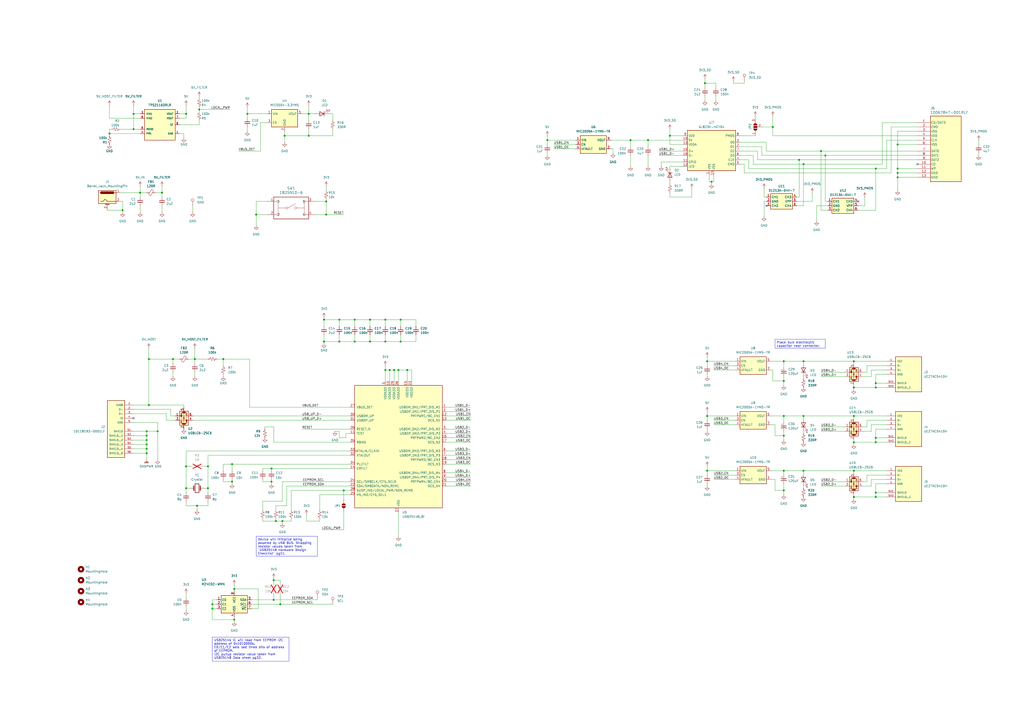
<source format=kicad_sch>
(kicad_sch (version 20231120) (generator "eeschema") (generator_version "8.0")
  (paper "A2")
  (title_block (title "USB Hub ") (date "2024-08-23") (rev "0"))
  (junction (at 143.51 66.04))
  (junction (at 179.07 66.04))
  (junction (at 410.21 241.3))
  (junction (at 189.23 124.46))
  (junction (at 85.09 250.19))
  (junction (at 236.22 214.63))
  (junction (at 77.47 74.93))
  (junction (at 85.09 255.27))
  (junction (at 508 224.79))
  (junction (at 113.03 208.28))
  (junction (at 107.95 283.21))
  (junction (at 81.28 111.76))
  (junction (at 408.94 48.26))
  (junction (at 85.09 252.73))
  (junction (at 158.75 347.98))
  (junction (at 454.66 273.05))
  (junction (at 454.66 252.73))
  (junction (at 196.85 198.12))
  (junction (at 189.23 116.84))
  (junction (at 520.7 83.82))
  (junction (at 495.3 256.54))
  (junction (at 508 256.54))
  (junction (at 134.62 279.4))
  (junction (at 157.48 271.78))
  (junction (at 148.59 124.46))
  (junction (at 520.7 97.79))
  (junction (at 495.3 288.29))
  (junction (at 520.7 100.33))
  (junction (at 93.98 111.76))
  (junction (at 100.33 208.28))
  (junction (at 412.75 105.41))
  (junction (at 85.09 260.35))
  (junction (at 223.52 185.42))
  (junction (at 520.7 102.87))
  (junction (at 123.19 350.52))
  (junction (at 115.57 63.5))
  (junction (at 135.89 341.63))
  (junction (at 317.5 81.28))
  (junction (at 448.31 73.66))
  (junction (at 158.75 336.55))
  (junction (at 223.52 214.63))
  (junction (at 466.09 241.3))
  (junction (at 388.62 78.74))
  (junction (at 160.02 302.26))
  (junction (at 466.09 273.05))
  (junction (at 508 288.29))
  (junction (at 85.09 257.81))
  (junction (at 232.41 185.42))
  (junction (at 162.56 350.52))
  (junction (at 135.89 359.41))
  (junction (at 495.3 241.3))
  (junction (at 365.76 81.28))
  (junction (at 466.09 95.25))
  (junction (at 508 285.75))
  (junction (at 71.12 121.92))
  (junction (at 454.66 284.48))
  (junction (at 77.47 66.04))
  (junction (at 214.63 185.42))
  (junction (at 223.52 198.12))
  (junction (at 179.07 78.74))
  (junction (at 163.83 302.26))
  (junction (at 196.85 185.42))
  (junction (at 232.41 198.12))
  (junction (at 107.95 66.04))
  (junction (at 508 254))
  (junction (at 85.09 262.89))
  (junction (at 231.14 214.63))
  (junction (at 120.65 283.21))
  (junction (at 205.74 185.42))
  (junction (at 134.62 269.24))
  (junction (at 226.06 214.63))
  (junction (at 86.36 208.28))
  (junction (at 123.19 353.06))
  (junction (at 495.3 224.79))
  (junction (at 205.74 198.12))
  (junction (at 478.79 90.17))
  (junction (at 157.48 279.4))
  (junction (at 495.3 209.55))
  (junction (at 86.36 234.95))
  (junction (at 91.44 250.19))
  (junction (at 476.25 87.63))
  (junction (at 63.5 77.47))
  (junction (at 129.54 208.28))
  (junction (at 495.3 273.05))
  (junction (at 228.6 214.63))
  (junction (at 114.3 293.37))
  (junction (at 466.09 209.55))
  (junction (at 375.92 81.28))
  (junction (at 508 97.79))
  (junction (at 214.63 198.12))
  (junction (at 165.1 78.74))
  (junction (at 120.65 270.51))
  (junction (at 410.21 273.05))
  (junction (at 508 222.25))
  (junction (at 454.66 220.98))
  (junction (at 410.21 209.55))
  (junction (at 454.66 241.3))
  (junction (at 187.96 198.12))
  (junction (at 199.39 284.48))
  (junction (at 463.55 92.71))
  (junction (at 454.66 209.55))
  (junction (at 107.95 270.51))
  (junction (at 187.96 185.42))
  (no_connect (at 444.5 119.38))
  (no_connect (at 497.84 116.84))
  (no_connect (at 77.47 242.57))
  (no_connect (at 532.13 95.25))
  (wire (pts (xy 388.62 114.3) (xy 401.32 114.3)))
  (wire (pts (xy 196.85 254) (xy 200.66 254)))
  (wire (pts (xy 85.09 252.73) (xy 85.09 255.27)))
  (wire (pts (xy 200.66 254) (xy 200.66 251.46)))
  (wire (pts (xy 520.7 83.82) (xy 532.13 83.82)))
  (wire (pts (xy 149.86 353.06) (xy 149.86 341.63)))
  (wire (pts (xy 199.39 297.18) (xy 199.39 307.34)))
  (wire (pts (xy 444.5 82.55) (xy 444.5 87.63)))
  (wire (pts (xy 448.31 67.31) (xy 448.31 73.66)))
  (wire (pts (xy 232.41 194.31) (xy 232.41 198.12)))
  (wire (pts (xy 152.4 279.4) (xy 157.48 279.4)))
  (wire (pts (xy 104.14 77.47) (xy 106.68 77.47)))
  (wire (pts (xy 508 254) (xy 508 256.54)))
  (wire (pts (xy 259.08 236.22) (xy 273.05 236.22)))
  (wire (pts (xy 476.25 218.44) (xy 490.22 218.44)))
  (wire (pts (xy 436.88 95.25) (xy 466.09 95.25)))
  (wire (pts (xy 259.08 274.32) (xy 273.05 274.32)))
  (wire (pts (xy 106.68 234.95) (xy 86.36 234.95)))
  (wire (pts (xy 408.94 48.26) (xy 408.94 50.8)))
  (wire (pts (xy 196.85 194.31) (xy 196.85 198.12)))
  (wire (pts (xy 223.52 214.63) (xy 223.52 220.98)))
  (wire (pts (xy 143.51 62.23) (xy 143.51 66.04)))
  (wire (pts (xy 516.89 100.33) (xy 516.89 73.66)))
  (wire (pts (xy 429.26 87.63) (xy 439.42 87.63)))
  (wire (pts (xy 520.7 100.33) (xy 520.7 102.87)))
  (wire (pts (xy 454.66 280.67) (xy 454.66 284.48)))
  (wire (pts (xy 505.46 246.38) (xy 514.35 246.38)))
  (wire (pts (xy 157.48 271.78) (xy 203.2 271.78)))
  (wire (pts (xy 187.96 185.42) (xy 196.85 185.42)))
  (wire (pts (xy 480.06 121.92) (xy 476.25 121.92)))
  (wire (pts (xy 414.02 246.38) (xy 426.72 246.38)))
  (wire (pts (xy 107.95 351.79) (xy 107.95 354.33)))
  (wire (pts (xy 520.7 97.79) (xy 520.7 100.33)))
  (wire (pts (xy 185.42 287.02) (xy 185.42 295.91)))
  (wire (pts (xy 495.3 288.29) (xy 495.3 287.02)))
  (wire (pts (xy 434.34 92.71) (xy 434.34 97.79)))
  (wire (pts (xy 259.08 243.84) (xy 273.05 243.84)))
  (wire (pts (xy 134.62 280.67) (xy 134.62 279.4)))
  (wire (pts (xy 444.5 114.3) (xy 443.23 114.3)))
  (wire (pts (xy 500.38 281.94) (xy 505.46 281.94)))
  (wire (pts (xy 476.25 121.92) (xy 476.25 87.63)))
  (wire (pts (xy 187.96 198.12) (xy 196.85 198.12)))
  (wire (pts (xy 77.47 250.19) (xy 85.09 250.19)))
  (wire (pts (xy 148.59 116.84) (xy 148.59 124.46)))
  (wire (pts (xy 135.89 339.09) (xy 135.89 341.63)))
  (wire (pts (xy 152.4 273.05) (xy 152.4 271.78)))
  (wire (pts (xy 160.02 293.37) (xy 166.37 293.37)))
  (wire (pts (xy 431.8 48.26) (xy 431.8 46.99)))
  (wire (pts (xy 410.21 270.51) (xy 410.21 273.05)))
  (wire (pts (xy 495.3 241.3) (xy 514.35 241.3)))
  (wire (pts (xy 410.21 248.92) (xy 410.21 250.19)))
  (wire (pts (xy 185.42 302.26) (xy 177.8 302.26)))
  (wire (pts (xy 85.09 250.19) (xy 91.44 250.19)))
  (wire (pts (xy 354.33 81.28) (xy 365.76 81.28)))
  (wire (pts (xy 120.65 270.51) (xy 120.65 283.21)))
  (wire (pts (xy 158.75 247.65) (xy 158.75 256.54)))
  (wire (pts (xy 259.08 264.16) (xy 273.05 264.16)))
  (wire (pts (xy 514.35 275.59) (xy 502.92 275.59)))
  (wire (pts (xy 259.08 269.24) (xy 273.05 269.24)))
  (wire (pts (xy 158.75 336.55) (xy 158.75 339.09)))
  (wire (pts (xy 91.44 245.11) (xy 91.44 250.19)))
  (wire (pts (xy 100.33 208.28) (xy 86.36 208.28)))
  (wire (pts (xy 165.1 76.2) (xy 165.1 78.74)))
  (wire (pts (xy 226.06 214.63) (xy 226.06 220.98)))
  (wire (pts (xy 438.15 67.31) (xy 438.15 68.58)))
  (wire (pts (xy 441.96 90.17) (xy 478.79 90.17)))
  (wire (pts (xy 508 248.92) (xy 508 254)))
  (wire (pts (xy 151.13 71.12) (xy 151.13 87.63)))
  (wire (pts (xy 473.71 119.38) (xy 473.71 128.27)))
  (wire (pts (xy 317.5 88.9) (xy 317.5 90.17)))
  (wire (pts (xy 414.02 243.84) (xy 426.72 243.84)))
  (wire (pts (xy 431.8 95.25) (xy 431.8 100.33)))
  (wire (pts (xy 429.26 82.55) (xy 444.5 82.55)))
  (wire (pts (xy 138.43 87.63) (xy 151.13 87.63)))
  (wire (pts (xy 77.47 237.49) (xy 99.06 237.49)))
  (wire (pts (xy 146.05 350.52) (xy 162.56 350.52)))
  (wire (pts (xy 375.92 81.28) (xy 396.24 81.28)))
  (wire (pts (xy 99.06 237.49) (xy 99.06 241.3)))
  (wire (pts (xy 149.86 341.63) (xy 135.89 341.63)))
  (wire (pts (xy 135.89 358.14) (xy 135.89 359.41)))
  (wire (pts (xy 109.22 208.28) (xy 113.03 208.28)))
  (wire (pts (xy 205.74 185.42) (xy 205.74 189.23)))
  (wire (pts (xy 449.58 278.13) (xy 449.58 284.48)))
  (wire (pts (xy 410.21 207.01) (xy 410.21 209.55)))
  (wire (pts (xy 502.92 212.09) (xy 514.35 212.09)))
  (wire (pts (xy 189.23 116.84) (xy 189.23 124.46)))
  (wire (pts (xy 414.02 101.6) (xy 414.02 105.41)))
  (wire (pts (xy 184.15 346.71) (xy 184.15 347.98)))
  (wire (pts (xy 412.75 105.41) (xy 414.02 105.41)))
  (wire (pts (xy 514.35 97.79) (xy 514.35 81.28)))
  (wire (pts (xy 196.85 198.12) (xy 205.74 198.12)))
  (wire (pts (xy 182.88 124.46) (xy 189.23 124.46)))
  (wire (pts (xy 532.13 76.2) (xy 520.7 76.2)))
  (wire (pts (xy 501.65 114.3) (xy 501.65 119.38)))
  (wire (pts (xy 466.09 119.38) (xy 466.09 95.25)))
  (wire (pts (xy 107.95 270.51) (xy 107.95 283.21)))
  (wire (pts (xy 85.09 257.81) (xy 85.09 260.35)))
  (wire (pts (xy 414.02 212.09) (xy 426.72 212.09)))
  (wire (pts (xy 476.25 87.63) (xy 532.13 87.63)))
  (wire (pts (xy 143.51 66.04) (xy 154.94 66.04)))
  (wire (pts (xy 508 256.54) (xy 514.35 256.54)))
  (wire (pts (xy 466.09 273.05) (xy 495.3 273.05)))
  (wire (pts (xy 146.05 347.98) (xy 158.75 347.98)))
  (wire (pts (xy 466.09 218.44) (xy 466.09 219.71)))
  (wire (pts (xy 146.05 353.06) (xy 149.86 353.06)))
  (wire (pts (xy 466.09 274.32) (xy 466.09 273.05)))
  (wire (pts (xy 317.5 81.28) (xy 334.01 81.28)))
  (wire (pts (xy 123.19 353.06) (xy 125.73 353.06)))
  (wire (pts (xy 259.08 281.94) (xy 273.05 281.94)))
  (wire (pts (xy 115.57 63.5) (xy 133.35 63.5)))
  (wire (pts (xy 495.3 209.55) (xy 514.35 209.55)))
  (wire (pts (xy 63.5 77.47) (xy 81.28 77.47)))
  (wire (pts (xy 520.7 100.33) (xy 532.13 100.33)))
  (wire (pts (xy 476.25 279.4) (xy 490.22 279.4)))
  (wire (pts (xy 115.57 62.23) (xy 115.57 63.5)))
  (wire (pts (xy 232.41 198.12) (xy 241.3 198.12)))
  (wire (pts (xy 388.62 111.76) (xy 388.62 114.3)))
  (wire (pts (xy 166.37 281.94) (xy 203.2 281.94)))
  (wire (pts (xy 466.09 209.55) (xy 495.3 209.55)))
  (wire (pts (xy 104.14 72.39) (xy 115.57 72.39)))
  (wire (pts (xy 104.14 66.04) (xy 107.95 66.04)))
  (wire (pts (xy 365.76 81.28) (xy 365.76 85.09)))
  (wire (pts (xy 410.21 209.55) (xy 426.72 209.55)))
  (wire (pts (xy 179.07 74.93) (xy 179.07 78.74)))
  (wire (pts (xy 410.21 241.3) (xy 426.72 241.3)))
  (wire (pts (xy 383.54 93.98) (xy 383.54 96.52)))
  (wire (pts (xy 448.31 73.66) (xy 448.31 78.74)))
  (wire (pts (xy 454.66 241.3) (xy 466.09 241.3)))
  (wire (pts (xy 71.12 116.84) (xy 69.85 116.84)))
  (wire (pts (xy 514.35 217.17) (xy 508 217.17)))
  (wire (pts (xy 508 285.75) (xy 508 288.29)))
  (wire (pts (xy 113.03 215.9) (xy 113.03 218.44)))
  (wire (pts (xy 196.85 250.19) (xy 196.85 254)))
  (wire (pts (xy 462.28 116.84) (xy 471.17 116.84)))
  (wire (pts (xy 439.42 87.63) (xy 439.42 92.71)))
  (wire (pts (xy 508 280.67) (xy 508 285.75)))
  (wire (pts (xy 375.92 90.17) (xy 375.92 96.52)))
  (wire (pts (xy 193.04 66.04) (xy 193.04 69.85)))
  (wire (pts (xy 448.31 78.74) (xy 532.13 78.74)))
  (wire (pts (xy 187.96 185.42) (xy 187.96 189.23)))
  (wire (pts (xy 454.66 209.55) (xy 454.66 213.36)))
  (wire (pts (xy 77.47 245.11) (xy 91.44 245.11)))
  (wire (pts (xy 516.89 73.66) (xy 532.13 73.66)))
  (wire (pts (xy 111.76 241.3) (xy 203.2 241.3)))
  (wire (pts (xy 396.24 93.98) (xy 383.54 93.98)))
  (wire (pts (xy 508 97.79) (xy 508 121.92)))
  (wire (pts (xy 223.52 212.09) (xy 223.52 214.63)))
  (wire (pts (xy 190.5 66.04) (xy 193.04 66.04)))
  (wire (pts (xy 259.08 254) (xy 273.05 254)))
  (wire (pts (xy 106.68 236.22) (xy 106.68 234.95)))
  (wire (pts (xy 228.6 214.63) (xy 226.06 214.63)))
  (wire (pts (xy 514.35 243.84) (xy 502.92 243.84)))
  (wire (pts (xy 408.94 48.26) (xy 415.29 48.26)))
  (wire (pts (xy 165.1 78.74) (xy 179.07 78.74)))
  (wire (pts (xy 321.31 86.36) (xy 334.01 86.36)))
  (wire (pts (xy 414.02 214.63) (xy 426.72 214.63)))
  (wire (pts (xy 411.48 105.41) (xy 412.75 105.41)))
  (wire (pts (xy 462.28 114.3) (xy 463.55 114.3)))
  (wire (pts (xy 135.89 359.41) (xy 135.89 360.68)))
  (wire (pts (xy 355.6 86.36) (xy 355.6 88.9)))
  (wire (pts (xy 429.26 90.17) (xy 436.88 90.17)))
  (wire (pts (xy 187.96 194.31) (xy 187.96 198.12)))
  (wire (pts (xy 508 97.79) (xy 514.35 97.79)))
  (wire (pts (xy 495.3 224.79) (xy 495.3 226.06)))
  (wire (pts (xy 241.3 198.12) (xy 241.3 194.31)))
  (wire (pts (xy 388.62 74.93) (xy 388.62 78.74)))
  (wire (pts (xy 259.08 238.76) (xy 273.05 238.76)))
  (wire (pts (xy 134.62 278.13) (xy 134.62 279.4)))
  (wire (pts (xy 63.5 74.93) (xy 64.77 74.93)))
  (wire (pts (xy 259.08 251.46) (xy 273.05 251.46)))
  (wire (pts (xy 454.66 284.48) (xy 454.66 287.02)))
  (wire (pts (xy 502.92 215.9) (xy 502.92 212.09)))
  (wire (pts (xy 143.51 66.04) (xy 143.51 68.58)))
  (wire (pts (xy 508 217.17) (xy 508 222.25)))
  (wire (pts (xy 396.24 83.82) (xy 388.62 83.82)))
  (wire (pts (xy 120.65 293.37) (xy 120.65 290.83)))
  (wire (pts (xy 514.35 214.63) (xy 505.46 214.63)))
  (wire (pts (xy 500.38 250.19) (xy 505.46 250.19)))
  (wire (pts (xy 107.95 344.17) (xy 107.95 346.71)))
  (wire (pts (xy 114.3 293.37) (xy 120.65 293.37)))
  (wire (pts (xy 238.76 214.63) (xy 236.22 214.63)))
  (wire (pts (xy 444.5 87.63) (xy 476.25 87.63)))
  (wire (pts (xy 454.66 220.98) (xy 454.66 223.52)))
  (wire (pts (xy 160.02 302.26) (xy 163.83 302.26)))
  (wire (pts (xy 104.14 68.58) (xy 107.95 68.58)))
  (wire (pts (xy 77.47 257.81) (xy 85.09 257.81)))
  (wire (pts (xy 231.14 297.18) (xy 231.14 311.15)))
  (wire (pts (xy 414.02 275.59) (xy 426.72 275.59)))
  (wire (pts (xy 514.35 248.92) (xy 508 248.92)))
  (wire (pts (xy 415.29 55.88) (xy 415.29 58.42)))
  (wire (pts (xy 152.4 300.99) (xy 152.4 302.26)))
  (wire (pts (xy 471.17 111.76) (xy 471.17 116.84)))
  (wire (pts (xy 129.54 278.13) (xy 129.54 279.4)))
  (wire (pts (xy 120.65 283.21) (xy 120.65 285.75)))
  (wire (pts (xy 163.83 302.26) (xy 168.91 302.26)))
  (wire (pts (xy 410.21 241.3) (xy 410.21 243.84)))
  (wire (pts (xy 96.52 240.03) (xy 96.52 243.84)))
  (wire (pts (xy 144.78 236.22) (xy 203.2 236.22)))
  (wire (pts (xy 125.73 347.98) (xy 123.19 347.98)))
  (wire (pts (xy 77.47 240.03) (xy 96.52 240.03)))
  (wire (pts (xy 179.07 66.04) (xy 179.07 69.85)))
  (wire (pts (xy 431.8 100.33) (xy 516.89 100.33)))
  (wire (pts (xy 115.57 69.85) (xy 115.57 72.39)))
  (wire (pts (xy 429.26 78.74) (xy 438.15 78.74)))
  (wire (pts (xy 231.14 214.63) (xy 231.14 220.98)))
  (wire (pts (xy 107.95 270.51) (xy 107.95 261.62)))
  (wire (pts (xy 502.92 243.84) (xy 502.92 247.65)))
  (wire (pts (xy 113.03 208.28) (xy 113.03 210.82)))
  (wire (pts (xy 106.68 77.47) (xy 106.68 80.01)))
  (wire (pts (xy 71.12 123.19) (xy 71.12 121.92)))
  (wire (pts (xy 196.85 185.42) (xy 205.74 185.42)))
  (wire (pts (xy 388.62 96.52) (xy 396.24 96.52)))
  (wire (pts (xy 505.46 278.13) (xy 514.35 278.13)))
  (wire (pts (xy 454.66 218.44) (xy 454.66 220.98)))
  (wire (pts (xy 123.19 350.52) (xy 125.73 350.52)))
  (wire (pts (xy 100.33 210.82) (xy 100.33 208.28)))
  (wire (pts (xy 355.6 86.36) (xy 354.33 86.36)))
  (wire (pts (xy 441.96 73.66) (xy 448.31 73.66)))
  (wire (pts (xy 375.92 81.28) (xy 375.92 85.09)))
  (wire (pts (xy 168.91 284.48) (xy 199.39 284.48)))
  (wire (pts (xy 157.48 271.78) (xy 157.48 273.05)))
  (wire (pts (xy 410.21 209.55) (xy 410.21 212.09)))
  (wire (pts (xy 436.88 90.17) (xy 436.88 95.25)))
  (wire (pts (xy 77.47 66.04) (xy 77.47 60.96)))
  (wire (pts (xy 179.07 78.74) (xy 193.04 78.74)))
  (wire (pts (xy 466.09 241.3) (xy 495.3 241.3)))
  (wire (pts (xy 476.25 250.19) (xy 490.22 250.19)))
  (wire (pts (xy 69.85 74.93) (xy 77.47 74.93)))
  (wire (pts (xy 441.96 85.09) (xy 441.96 90.17)))
  (wire (pts (xy 81.28 74.93) (xy 77.47 74.93)))
  (wire (pts (xy 449.58 246.38) (xy 449.58 252.73)))
  (wire (pts (xy 116.84 270.51) (xy 120.65 270.51)))
  (wire (pts (xy 166.37 293.37) (xy 166.37 281.94)))
  (wire (pts (xy 86.36 208.28) (xy 86.36 234.95)))
  (wire (pts (xy 502.92 275.59) (xy 502.92 279.4)))
  (wire (pts (xy 160.02 300.99) (xy 160.02 302.26)))
  (wire (pts (xy 90.17 111.76) (xy 93.98 111.76)))
  (wire (pts (xy 508 222.25) (xy 508 224.79)))
  (wire (pts (xy 454.66 241.3) (xy 454.66 245.11)))
  (wire (pts (xy 495.3 224.79) (xy 508 224.79)))
  (wire (pts (xy 81.28 107.95) (xy 81.28 111.76)))
  (wire (pts (xy 152.4 290.83) (xy 152.4 295.91)))
  (wire (pts (xy 153.67 247.65) (xy 153.67 248.92)))
  (wire (pts (xy 317.5 81.28) (xy 317.5 83.82)))
  (wire (pts (xy 425.45 46.99) (xy 425.45 48.26)))
  (wire (pts (xy 454.66 250.19) (xy 454.66 252.73)))
  (wire (pts (xy 382.27 87.63) (xy 396.24 87.63)))
  (wire (pts (xy 388.62 97.79) (xy 388.62 96.52)))
  (wire (pts (xy 434.34 97.79) (xy 508 97.79)))
  (wire (pts (xy 214.63 194.31) (xy 214.63 198.12)))
  (wire (pts (xy 408.94 55.88) (xy 408.94 58.42)))
  (wire (pts (xy 365.76 90.17) (xy 365.76 96.52)))
  (wire (pts (xy 495.3 256.54) (xy 495.3 255.27)))
  (wire (pts (xy 411.48 101.6) (xy 411.48 105.41)))
  (wire (pts (xy 85.09 260.35) (xy 85.09 262.89)))
  (wire (pts (xy 520.7 102.87) (xy 532.13 102.87)))
  (wire (pts (xy 93.98 107.95) (xy 93.98 111.76)))
  (wire (pts (xy 466.09 242.57) (xy 466.09 241.3)))
  (wire (pts (xy 158.75 335.28) (xy 158.75 336.55)))
  (wire (pts (xy 410.21 273.05) (xy 426.72 273.05)))
  (wire (pts (xy 495.3 288.29) (xy 495.3 289.56)))
  (wire (pts (xy 120.65 264.16) (xy 203.2 264.16)))
  (wire (pts (xy 238.76 220.98) (xy 238.76 214.63)))
  (wire (pts (xy 454.66 252.73) (xy 454.66 255.27)))
  (wire (pts (xy 152.4 278.13) (xy 152.4 279.4)))
  (wire (pts (xy 85.09 250.19) (xy 85.09 252.73)))
  (wire (pts (xy 91.44 250.19) (xy 91.44 266.7)))
  (wire (pts (xy 205.74 194.31) (xy 205.74 198.12)))
  (wire (pts (xy 508 285.75) (xy 514.35 285.75)))
  (wire (pts (xy 505.46 250.19) (xy 505.46 246.38)))
  (wire (pts (xy 447.04 246.38) (xy 449.58 246.38)))
  (wire (pts (xy 365.76 81.28) (xy 375.92 81.28)))
  (wire (pts (xy 185.42 302.26) (xy 185.42 300.99)))
  (wire (pts (xy 232.41 189.23) (xy 232.41 185.42)))
  (wire (pts (xy 86.36 234.95) (xy 77.47 234.95)))
  (wire (pts (xy 77.47 255.27) (xy 85.09 255.27)))
  (wire (pts (xy 63.5 60.96) (xy 63.5 68.58)))
  (wire (pts (xy 514.35 280.67) (xy 508 280.67)))
  (wire (pts (xy 115.57 63.5) (xy 115.57 64.77)))
  (wire (pts (xy 449.58 284.48) (xy 454.66 284.48)))
  (wire (pts (xy 81.28 111.76) (xy 85.09 111.76)))
  (wire (pts (xy 388.62 78.74) (xy 396.24 78.74)))
  (wire (pts (xy 259.08 241.3) (xy 273.05 241.3)))
  (wire (pts (xy 81.28 119.38) (xy 81.28 123.19)))
  (wire (pts (xy 415.29 48.26) (xy 415.29 50.8)))
  (wire (pts (xy 505.46 281.94) (xy 505.46 278.13)))
  (wire (pts (xy 410.21 217.17) (xy 410.21 218.44)))
  (wire (pts (xy 466.09 250.19) (xy 466.09 251.46)))
  (wire (pts (xy 154.94 71.12) (xy 151.13 71.12)))
  (wire (pts (xy 162.56 339.09) (xy 162.56 336.55)))
  (wire (pts (xy 466.09 210.82) (xy 466.09 209.55)))
  (wire (pts (xy 107.95 290.83) (xy 107.95 293.37)))
  (wire (pts (xy 111.76 243.84) (xy 203.2 243.84)))
  (wire (pts (xy 135.89 341.63) (xy 135.89 342.9)))
  (wire (pts (xy 175.26 248.92) (xy 203.2 248.92)))
  (wire (pts (xy 96.52 243.84) (xy 101.6 243.84)))
  (wire (pts (xy 129.54 208.28) (xy 144.78 208.28)))
  (wire (pts (xy 425.45 48.26) (xy 431.8 48.26)))
  (wire (pts (xy 454.66 273.05) (xy 454.66 275.59)))
  (wire (pts (xy 81.28 114.3) (xy 81.28 111.76)))
  (wire (pts (xy 259.08 261.62) (xy 273.05 261.62)))
  (wire (pts (xy 189.23 115.57) (xy 189.23 116.84)))
  (wire (pts (xy 157.48 280.67) (xy 157.48 279.4)))
  (wire (pts (xy 93.98 119.38) (xy 93.98 123.19)))
  (wire (pts (xy 152.4 271.78) (xy 157.48 271.78)))
  (wire (pts (xy 193.04 78.74) (xy 193.04 74.93)))
  (wire (pts (xy 443.23 116.84) (xy 443.23 125.73)))
  (wire (pts (xy 200.66 251.46) (xy 203.2 251.46)))
  (wire (pts (xy 179.07 60.96) (xy 179.07 66.04)))
  (wire (pts (xy 508 288.29) (xy 514.35 288.29)))
  (wire (pts (xy 168.91 284.48) (xy 168.91 295.91)))
  (wire (pts (xy 77.47 252.73) (xy 85.09 252.73)))
  (wire (pts (xy 259.08 266.7) (xy 273.05 266.7)))
  (wire (pts (xy 113.03 208.28) (xy 120.65 208.28)))
  (wire (pts (xy 495.3 224.79) (xy 495.3 223.52)))
  (wire (pts (xy 62.23 121.92) (xy 71.12 121.92)))
  (wire (pts (xy 449.58 252.73) (xy 454.66 252.73)))
  (wire (pts (xy 412.75 105.41) (xy 412.75 106.68)))
  (wire (pts (xy 454.66 273.05) (xy 466.09 273.05)))
  (wire (pts (xy 520.7 76.2) (xy 520.7 83.82)))
  (wire (pts (xy 466.09 95.25) (xy 511.81 95.25)))
  (wire (pts (xy 223.52 185.42) (xy 232.41 185.42)))
  (wire (pts (xy 259.08 279.4) (xy 273.05 279.4)))
  (wire (pts (xy 382.27 90.17) (xy 396.24 90.17)))
  (wire (pts (xy 86.36 201.93) (xy 86.36 208.28)))
  (wire (pts (xy 163.83 302.26) (xy 163.83 303.53)))
  (wire (pts (xy 153.67 247.65) (xy 158.75 247.65)))
  (wire (pts (xy 134.62 269.24) (xy 203.2 269.24)))
  (wire (pts (xy 505.46 218.44) (xy 500.38 218.44)))
  (wire (pts (xy 478.79 116.84) (xy 480.06 116.84)))
  (wire (pts (xy 163.83 290.83) (xy 152.4 290.83)))
  (wire (pts (xy 120.65 270.51) (xy 120.65 264.16)))
  (wire (pts (xy 520.7 97.79) (xy 532.13 97.79)))
  (wire (pts (xy 317.5 78.74) (xy 317.5 81.28)))
  (wire (pts (xy 514.35 81.28) (xy 532.13 81.28)))
  (wire (pts (xy 182.88 116.84) (xy 189.23 116.84)))
  (wire (pts (xy 410.21 273.05) (xy 410.21 275.59)))
  (wire (pts (xy 160.02 293.37) (xy 160.02 295.91)))
  (wire (pts (xy 100.33 215.9) (xy 100.33 218.44)))
  (wire (pts (xy 162.56 350.52) (xy 193.04 350.52)))
  (wire (pts (xy 77.47 74.93) (xy 77.47 66.04)))
  (wire (pts (xy 232.41 185.42) (xy 241.3 185.42)))
  (wire (pts (xy 148.59 124.46) (xy 154.94 124.46)))
  (wire (pts (xy 205.74 185.42) (xy 214.63 185.42)))
  (wire (pts (xy 447.04 241.3) (xy 454.66 241.3)))
  (wire (pts (xy 63.5 77.47) (xy 63.5 78.74)))
  (wire (pts (xy 148.59 124.46) (xy 148.59 130.81)))
  (wire (pts (xy 447.04 214.63) (xy 448.31 214.63)))
  (wire (pts (xy 463.55 92.71) (xy 532.13 92.71)))
  (wire (pts (xy 443.23 109.22) (xy 443.23 114.3)))
  (wire (pts (xy 508 224.79) (xy 514.35 224.79)))
  (wire (pts (xy 214.63 198.12) (xy 223.52 198.12)))
  (wire (pts (xy 214.63 185.42) (xy 214.63 189.23)))
  (wire (pts (xy 175.26 66.04) (xy 179.07 66.04)))
  (wire (pts (xy 196.85 250.19) (xy 194.31 250.19)))
  (wire (pts (xy 107.95 270.51) (xy 111.76 270.51)))
  (wire (pts (xy 447.04 209.55) (xy 454.66 209.55)))
  (wire (pts (xy 567.69 81.28) (xy 567.69 83.82)))
  (wire (pts (xy 85.09 255.27) (xy 85.09 257.81)))
  (wire (pts (xy 448.31 220.98) (xy 454.66 220.98)))
  (wire (pts (xy 114.3 293.37) (xy 107.95 293.37)))
  (wire (pts (xy 99.06 241.3) (xy 101.6 241.3)))
  (wire (pts (xy 163.83 279.4) (xy 203.2 279.4)))
  (wire (pts (xy 123.19 359.41) (xy 135.89 359.41)))
  (wire (pts (xy 199.39 289.56) (xy 199.39 284.48)))
  (wire (pts (xy 189.23 107.95) (xy 189.23 110.49)))
  (wire (pts (xy 63.5 74.93) (xy 63.5 77.47)))
  (wire (pts (xy 495.3 256.54) (xy 495.3 257.81)))
  (wire (pts (xy 187.96 198.12) (xy 187.96 199.39)))
  (wire (pts (xy 77.47 262.89) (xy 85.09 262.89)))
  (wire (pts (xy 177.8 298.45) (xy 177.8 302.26)))
  (wire (pts (xy 223.52 198.12) (xy 232.41 198.12)))
  (wire (pts (xy 107.95 68.58) (xy 107.95 66.04)))
  (wire (pts (xy 205.74 198.12) (xy 214.63 198.12)))
  (wire (pts (xy 223.52 194.31) (xy 223.52 198.12)))
  (wire (pts (xy 410.21 280.67) (xy 410.21 281.94)))
  (wire (pts (xy 388.62 83.82) (xy 388.62 78.74)))
  (wire (pts (xy 187.96 184.15) (xy 187.96 185.42)))
  (wire (pts (xy 154.94 116.84) (xy 148.59 116.84)))
  (wire (pts (xy 259.08 256.54) (xy 273.05 256.54)))
  (wire (pts (xy 63.5 68.58) (xy 81.28 68.58)))
  (wire (pts (xy 476.25 247.65) (xy 490.22 247.65)))
  (wire (pts (xy 414.02 278.13) (xy 426.72 278.13)))
  (wire (pts (xy 157.48 279.4) (xy 157.48 278.13)))
  (wire (pts (xy 179.07 66.04) (xy 182.88 66.04)))
  (wire (pts (xy 497.84 121.92) (xy 508 121.92)))
  (wire (pts (xy 463.55 114.3) (xy 463.55 92.71)))
  (wire (pts (xy 511.81 71.12) (xy 532.13 71.12)))
  (wire (pts (xy 134.62 269.24) (xy 134.62 273.05)))
  (wire (pts (xy 162.56 344.17) (xy 162.56 350.52)))
  (wire (pts (xy 134.62 269.24) (xy 129.54 269.24)))
  (wire (pts (xy 196.85 185.42) (xy 196.85 189.23)))
  (wire (pts (xy 143.51 73.66) (xy 143.51 76.2)))
  (wire (pts (xy 495.3 273.05) (xy 495.3 274.32)))
  (wire (pts (xy 71.12 116.84) (xy 71.12 121.92)))
  (wire (pts (xy 114.3 293.37) (xy 114.3 295.91)))
  (wire (pts (xy 505.46 214.63) (xy 505.46 218.44)))
  (wire (pts (xy 226.06 214.63) (xy 223.52 214.63)))
  (wire (pts (xy 158.75 256.54) (xy 203.2 256.54)))
  (wire (pts (xy 497.84 119.38) (xy 501.65 119.38)))
  (wire (pts (xy 129.54 208.28) (xy 125.73 208.28)))
  (wire (pts (xy 439.42 92.71) (xy 463.55 92.71)))
  (wire (pts (xy 500.38 215.9) (xy 502.92 215.9)))
  (wire (pts (xy 223.52 185.42) (xy 223.52 189.23)))
  (wire (pts (xy 81.28 66.04) (xy 77.47 66.04)))
  (wire (pts (xy 478.79 90.17) (xy 478.79 116.84)))
  (wire (pts (xy 429.26 85.09) (xy 441.96 85.09)))
  (wire (pts (xy 158.75 344.17) (xy 158.75 347.98)))
  (wire (pts (xy 186.69 307.34) (xy 199.39 307.34)))
  (wire (pts (xy 107.95 261.62) (xy 203.2 261.62)))
  (wire (pts (xy 259.08 276.86) (xy 273.05 276.86)))
  (wire (pts (xy 162.56 336.55) (xy 158.75 336.55)))
  (wire (pts (xy 447.04 273.05) (xy 454.66 273.05)))
  (wire (pts (xy 466.09 281.94) (xy 466.09 283.21)))
  (wire (pts (xy 476.25 215.9) (xy 490.22 215.9)))
  (wire (pts (xy 514.35 273.05) (xy 495.3 273.05)))
  (wire (pts (xy 473.71 119.38) (xy 480.06 119.38)))
  (wire (pts (xy 495.3 242.57) (xy 495.3 241.3)))
  (wire (pts (xy 111.76 119.38) (xy 111.76 123.19)))
  (wire (pts (xy 231.14 214.63) (xy 228.6 214.63)))
  (wire (pts (xy 388.62 105.41) (xy 388.62 106.68)))
  (wire (pts (xy 152.4 302.26) (xy 160.02 302.26)))
  (wire (pts (xy 77.47 260.35) (xy 85.09 260.35)))
  (wire (pts (xy 567.69 88.9) (xy 567.69 90.17)))
  (wire (pts (xy 401.32 109.22) (xy 401.32 114.3)))
  (wire (pts (xy 107.95 283.21) (xy 110.49 283.21)))
  (wire (pts (xy 168.91 300.99) (xy 168.91 302.26)))
  (wire (pts (xy 228.6 214.63) (xy 228.6 220.98)))
  (wire (pts (xy 520.7 102.87) (xy 520.7 110.49)))
  (wire (pts (xy 123.19 353.06) (xy 123.19 359.41)))
  (wire (pts (xy 115.57 57.15) (xy 115.57 55.88)))
  (wire (pts (xy 447.04 278.13) (xy 449.58 278.13)))
  (wire (pts (xy 321.31 83.82) (xy 334.01 83.82)))
  (wire (pts (xy 508 222.25) (xy 514.35 222.25)))
  (wire (pts (xy 429.26 92.71) (xy 434.34 92.71)))
  (wire (pts (xy 203.2 284.48) (xy 199.39 284.48)))
  (wire (pts (xy 123.19 350.52) (xy 123.19 353.06)))
  (wire (pts (xy 100.33 208.28) (xy 104.14 208.28)))
  (wire (pts (xy 134.62 279.4) (xy 129.54 279.4)))
  (wire (pts (xy 158.75 347.98) (xy 184.15 347.98)))
  (wire (pts (xy 520.7 83.82) (xy 520.7 97.79)))
  (wire (pts (xy 123.19 347.98) (xy 123.19 350.52)))
  (wire (pts (xy 429.26 95.25) (xy 431.8 95.25)))
  (wire (pts (xy 478.79 90.17) (xy 532.13 90.17)))
  (wire (pts (xy 508 254) (xy 514.35 254)))
  (wire (pts (xy 408.94 45.72) (xy 408.94 48.26)))
  (wire (pts (xy 129.54 217.17) (xy 129.54 218.44)))
  (wire (pts (xy 495.3 209.55) (xy 495.3 210.82)))
  (wire (pts (xy 163.83 279.4) (xy 163.83 290.83)))
  (wire (pts (xy 93.98 111.76) (xy 93.98 114.3)))
  (wire (pts (xy 107.95 283.21) (xy 107.95 285.75)))
  (wire (pts (xy 118.11 283.21) (xy 120.65 283.21)))
  (wire (pts (xy 454.66 209.55) (xy 466.09 209.55)))
  (wire (pts (xy 165.1 78.74) (xy 165.1 82.55)))
  (wire (pts (xy 502.92 247.65) (xy 500.38 247.65)))
  (wire (pts (xy 113.03 201.93) (xy 113.03 208.28)))
  (wire (pts (xy 236.22 214.63) (xy 236.22 220.98)))
  (wire (pts (xy 144.78 208.28) (xy 144.78 236.22)))
  (wire (pts (xy 508 288.29) (xy 495.3 288.29)))
  (wire (pts (xy 462.28 119.38) (xy 466.09 119.38)))
  (wire (pts (xy 241.3 189.23) (xy 241.3 185.42)))
  (wire (pts (xy 185.42 287.02) (xy 203.2 287.02)))
  (wire (pts (xy 511.81 95.25) (xy 511.81 71.12)))
  (wire (pts (xy 129.54 208.28) (xy 129.54 212.09)))
  (wire (pts (xy 236.22 214.63) (xy 231.14 214.63)))
  (wire (pts (xy 448.31 220.98) (xy 448.31 214.63)))
  (wire (pts (xy 85.09 262.89) (xy 85.09 266.7)))
  (wire (pts (xy 81.28 111.76) (xy 69.85 111.76)))
  (wire (pts (xy 476.25 281.94) (xy 490.22 281.94)))
  (wire (pts (xy 214.63 185.42) (xy 223.52 185.42)))
  (wire (pts (xy 508 256.54) (xy 495.3 256.54)))
  (wire (pts (xy 259.08 248.92) (xy 273.05 248.92)))
  (wire (pts (xy 410.21 238.76) (xy 410.21 241.3)))
  (wire (pts (xy 443.23 116.84) (xy 444.5 116.84)))
  (wire (pts (xy 502.92 279.4) (xy 500.38 279.4)))
  (wire (pts (xy 129.54 269.24) (xy 129.54 273.05)))
  (wire (pts (xy 189.23 124.46) (xy 199.39 124.46)))
  (wire (pts (xy 107.95 60.96) (xy 107.95 66.04)))
  (text_box "Device will initialize being powered by USB BUS. Strapping resistor values taken from \"USB2514B Hardware Design Checklist\" pg11.\n" (at 148.59 311.15 0) (size 35.56 11.43) (effects (font (size 1.27 1.27)) (justify left top)))
  (text_box "USB2514b IC will read from EEPROM I2C address of 0x1010000b.\nE0/E1/E2 sets last three bits of address of EEPROM.\nI2C pullup resistor value taken from USB2514B Data sheet pg32.\n" (at 123.19 369.57 0) (size 44.45 13.97) (effects (font (size 1.27 1.27)) (justify left top)))
  (text_box "Place bulk electrolytic capacitor near connector." (at 449.58 196.85 0) (size 29.21 5.08) (effects (font (size 1.27 1.27)) (justify left top)))
  (label "USB1_D-" (at 382.27 90.17 0))
  (label "USB2_D+" (at 476.25 281.94 0))
  (label "USB3_EN" (at 273.05 266.7 180))
  (label "USB4_D-" (at 476.25 215.9 0))
  (label "USB3_D-" (at 476.25 247.65 0))
  (label "USB2_D+" (at 273.05 251.46 180))
  (label "USB4_D-" (at 273.05 274.32 180))
  (label "USB_UP_D-" (at 175.26 241.3 0))
  (label "USB4_EN" (at 414.02 212.09 0))
  (label "USB4_D+" (at 476.25 218.44 0))
  (label "USB3_D+" (at 273.05 264.16 180))
  (label "EEPROM_SCL" (at 187.96 279.4 180))
  (label "USB1_OC" (at 321.31 86.36 0))
  (label "USB3_OC" (at 273.05 269.24 180))
  (label "USB3_D-" (at 273.05 261.62 180))
  (label "USB1_D+" (at 273.05 238.76 180))
  (label "USB2_D-" (at 476.25 279.4 0))
  (label "USB1_OC" (at 273.05 243.84 180))
  (label "USB1_D+" (at 382.27 87.63 0))
  (label "USB1_EN" (at 273.05 241.3 180))
  (label "USB2_EN" (at 273.05 254 180))
  (label "USB2_EN" (at 414.02 275.59 0))
  (label "USB4_EN" (at 273.05 279.4 180))
  (label "USB4_OC" (at 414.02 214.63 0))
  (label "USB2_OC" (at 414.02 278.13 0))
  (label "USB1_EN" (at 321.31 83.82 0))
  (label "USB3_D+" (at 476.25 250.19 0))
  (label "EEPROM_SDA" (at 187.96 281.94 180))
  (label "USB2_D-" (at 273.05 248.92 180))
  (label "USB4_D+" (at 273.05 276.86 180))
  (label "EEPROM_SCL" (at 181.61 350.52 180))
  (label "LOCAL_PWR" (at 133.35 63.5 180))
  (label "RESET" (at 175.26 248.92 0))
  (label "RESET" (at 199.39 124.46 180))
  (label "USB3_OC" (at 414.02 246.38 0))
  (label "VBUS_DET" (at 175.26 236.22 0))
  (label "USB_UP_D+" (at 175.26 243.84 0))
  (label "USB1_D-" (at 273.05 236.22 180))
  (label "VBUS_DET" (at 138.43 87.63 0))
  (label "LOCAL_PWR" (at 186.69 307.34 0))
  (label "EEPROM_SDA" (at 181.61 347.98 180))
  (label "USB3_EN" (at 414.02 243.84 0))
  (label "USB2_OC" (at 273.05 256.54 180))
  (label "USB4_OC" (at 273.05 281.94 180))
  (symbol (lib_id "power:GND") (at 135.89 360.68 0) (unit 1)
    (property "Reference" "#PWR026" (effects (hide yes)))
    (property "Value" "GND" (at 135.89 365.76 0))
    (property "Description" "Power symbol creates a global label with name \"GND\" , ground" (effects (hide yes)))
  )
  (symbol (lib_id "power:+5V") (at 388.62 74.93 0) (unit 1)
    (property "Reference" "#PWR049" (effects (hide yes)))
    (property "Value" "3V3_SD" (at 388.62 69.85 0))
    (property "Description" "Power symbol creates a global label with name \"+5V\"" (effects (hide yes)))
  )
  (symbol (lib_id "Device:C_Small") (at 410.21 214.63 0) (mirror y) (unit 1)
    (property "Reference" "C25" (at 407.67 213.3662 0) (effects (justify left)))
    (property "Value" "1uF" (at 407.67 215.9062 0) (effects (justify left)))
    (property "Footprint" "Capacitor_SMD:C_0805_2012Metric_Pad1.18x1.45mm_HandSolder" (effects (hide yes)))
    (property "Description" "Unpolarized capacitor, small symbol" (effects (hide yes)))
  )
  (symbol (lib_id "power:+5V") (at 408.94 45.72 0) (unit 1)
    (property "Reference" "#PWR051" (effects (hide yes)))
    (property "Value" "3V3_SD" (at 408.94 40.64 0))
    (property "Description" "Power symbol creates a global label with name \"+5V\"" (effects (hide yes)))
  )
  (symbol (lib_id "power:+5V") (at 115.57 55.88 0) (unit 1)
    (property "Reference" "#PWR022" (effects (hide yes)))
    (property "Value" "5V_FILTER" (at 115.57 50.8 0))
    (property "Description" "Power symbol creates a global label with name \"+5V\"" (effects (hide yes)))
  )
  (symbol (lib_id "Device:FerriteBead_Small") (at 87.63 111.76 90) (unit 1)
    (property "Reference" "FB1" (at 87.5919 105.41 90))
    (property "Value" "120R" (at 87.5919 107.95 90))
    (property "Footprint" "Inductor_SMD:L_0805_2012Metric_Pad1.05x1.20mm_HandSolder" (effects (hide yes)))
    (property "Description" "Ferrite bead, small symbol" (effects (hide yes)))
  )
  (symbol (lib_id "Custom Symbols:UE27AC5410H") (at 527.05 214.63 0) (unit 1)
    (property "Reference" "J3" (at 535.8765 215.8999 0) (effects (justify left)))
    (property "Value" "UE27AC5410H" (at 535.8765 218.4399 0) (effects (justify left)))
    (property "Footprint" "Custom Footprints:AMPHENOL_UE27AC5410H" (effects (hide yes)))
    (property "PARTREV" "G" (effects (hide yes)))
    (property "STANDARD" "Manufacturer Recommendations" (effects (hide yes)))
    (property "MAXIMUM_PACKAGE_HEIGHT" "7.6 mm" (effects (hide yes)))
    (property "MANUFACTURER" "Amphenol" (effects (hide yes)))
  )
  (symbol (lib_id "Custom Symbols:UE27AC5410H") (at 527.05 246.38 0) (unit 1)
    (property "Reference" "J4" (at 535.8765 247.6499 0) (effects (justify left)))
    (property "Value" "UE27AC5410H" (at 535.8765 250.1899 0) (effects (justify left)))
    (property "Footprint" "Custom Footprints:AMPHENOL_UE27AC5410H" (effects (hide yes)))
    (property "PARTREV" "G" (effects (hide yes)))
    (property "STANDARD" "Manufacturer Recommendations" (effects (hide yes)))
    (property "MAXIMUM_PACKAGE_HEIGHT" "7.6 mm" (effects (hide yes)))
    (property "MANUFACTURER" "Amphenol" (effects (hide yes)))
  )
  (symbol (lib_id "Device:C_Polarized_Small_US") (at 454.66 215.9 0) (unit 1)
    (property "Reference" "C29" (at 457.2 214.1981 0) (effects (justify left)))
    (property "Value" "120uF" (at 457.2 216.7381 0) (effects (justify left)))
    (property "Footprint" "Capacitor_THT:CP_Radial_D5.0mm_P2.00mm" (effects (hide yes)))
    (property "Description" "Polarized capacitor, small US symbol" (effects (hide yes)))
  )
  (symbol (lib_id "power:GND") (at 153.67 254 0) (unit 1)
    (property "Reference" "#PWR030" (effects (hide yes)))
    (property "Value" "GND" (at 153.67 259.08 0))
    (property "Description" "Power symbol creates a global label with name \"GND\" , ground" (effects (hide yes)))
  )
  (symbol (lib_id "power:GND") (at 187.96 199.39 0) (unit 1)
    (property "Reference" "#PWR038" (effects (hide yes)))
    (property "Value" "GND" (at 187.96 203.2 0))
    (property "Description" "Power symbol creates a global label with name \"GND\" , ground" (effects (hide yes)))
  )
  (symbol (lib_id "Device:R_Small_US") (at 168.91 298.45 0) (unit 1)
    (property "Reference" "R13" (at 170.18 297.18 0) (effects (justify left)))
    (property "Value" "100k" (at 170.18 299.72 0) (effects (justify left)))
    (property "Footprint" "Resistor_SMD:R_0805_2012Metric_Pad1.20x1.40mm_HandSolder" (effects (hide yes)))
    (property "Description" "Resistor, small US symbol" (effects (hide yes)))
  )
  (symbol (lib_id "Connector:TestPoint") (at 193.04 350.52 0) (unit 1)
    (property "Reference" "TP3" (at 195.58 345.9479 0) (effects (justify left)))
    (property "Value" "SCL" (at 195.58 348.4879 0) (effects (justify left)))
    (property "Footprint" "TestPoint:TestPoint_THTPad_2.0x2.0mm_Drill1.0mm" (effects (hide yes)))
    (property "Description" "test point" (effects (hide yes)))
  )
  (symbol (lib_id "Mechanical:MountingHole") (at 46.99 330.2 0) (unit 1) (exclude_from_sim yes) (in_bom no)
    (property "Reference" "H1" (at 49.53 328.9299 0) (effects (justify left)))
    (property "Value" "MountingHole" (at 49.53 331.4699 0) (effects (justify left)))
    (property "Footprint" "MountingHole:MountingHole_3.2mm_M3_DIN965_Pad" (effects (hide yes)))
    (property "Description" "Mounting Hole without connection" (effects (hide yes)))
  )
  (symbol (lib_id "power:GND") (at 157.48 280.67 0) (unit 1)
    (property "Reference" "#PWR031" (effects (hide yes)))
    (property "Value" "GND" (at 157.48 285.75 0))
    (property "Description" "Power symbol creates a global label with name \"GND\" , ground" (effects (hide yes)))
  )
  (symbol (lib_id "power:+5V") (at 81.28 107.95 0) (unit 1)
    (property "Reference" "#PWR05" (effects (hide yes)))
    (property "Value" "5V_IN" (at 81.28 102.87 0))
    (property "Description" "Power symbol creates a global label with name \"+5V\"" (effects (hide yes)))
  )
  (symbol (lib_id "Device:R_Small_US") (at 162.56 341.63 0) (unit 1) (dnp yes)
    (property "Reference" "R12" (at 163.83 340.36 0) (effects (justify left)))
    (property "Value" "10k" (at 163.83 342.9 0) (effects (justify left)))
    (property "Footprint" "Resistor_SMD:R_0805_2012Metric_Pad1.20x1.40mm_HandSolder" (effects (hide yes)))
    (property "Description" "Resistor, small US symbol" (effects (hide yes)))
  )
  (symbol (lib_id "Custom Symbols:MIC2005A-1YM5-TR") (at 429.26 204.47 0) (unit 1)
    (property "Reference" "U8" (at 436.88 201.93 0))
    (property "Value" "MIC2005A-1YM5-TR" (at 436.88 204.47 0))
    (property "Footprint" "Package_TO_SOT_SMD:SOT-23-5_HandSoldering" (effects (hide yes)))
  )
  (symbol (lib_id "power:+5V") (at 93.98 107.95 0) (unit 1)
    (property "Reference" "#PWR010" (effects (hide yes)))
    (property "Value" "5V_FILTER" (at 93.98 102.87 0))
    (property "Description" "Power symbol creates a global label with name \"+5V\"" (effects (hide yes)))
  )
  (symbol (lib_id "power:GND") (at 408.94 58.42 0) (unit 1)
    (property "Reference" "#PWR052" (effects (hide yes)))
    (property "Value" "GND" (at 408.94 63.5 0))
    (property "Description" "Power symbol creates a global label with name \"GND\" , ground" (effects (hide yes)))
  )
  (symbol (lib_id "power:GND") (at 106.68 248.92 0) (unit 1)
    (property "Reference" "#PWR014" (effects (hide yes)))
    (property "Value" "GND" (at 106.68 254 0))
    (property "Description" "Power symbol creates a global label with name \"GND\" , ground" (effects (hide yes)))
  )
  (symbol (lib_id "power:GND") (at 473.71 128.27 0) (unit 1)
    (property "Reference" "#PWR071" (effects (hide yes)))
    (property "Value" "GND" (at 473.71 133.35 0))
    (property "Description" "Power symbol creates a global label with name \"GND\" , ground" (effects (hide yes)))
  )
  (symbol (lib_id "Device:LED") (at 388.62 101.6 270) (unit 1)
    (property "Reference" "D2" (at 391.16 98.7424 90) (effects (justify left)))
    (property "Value" "LED" (at 391.16 101.2824 90) (effects (justify left)))
    (property "Footprint" "LED_SMD:LED_0603_1608Metric_Pad1.05x0.95mm_HandSolder" (effects (hide yes)))
    (property "Description" "Light emitting diode" (effects (hide yes)))
  )
  (symbol (lib_id "power:GND") (at 111.76 123.19 0) (unit 1)
    (property "Reference" "#PWR018" (effects (hide yes)))
    (property "Value" "GND" (at 111.76 128.27 0))
    (property "Description" "Power symbol creates a global label with name \"GND\" , ground" (effects (hide yes)))
  )
  (symbol (lib_id "power:+5V") (at 401.32 109.22 0) (unit 1)
    (property "Reference" "#PWR050" (effects (hide yes)))
    (property "Value" "3V3_SD" (at 401.32 104.14 0))
    (property "Description" "Power symbol creates a global label with name \"+5V\"" (effects (hide yes)))
  )
  (symbol (lib_id "Device:C_Small") (at 113.03 213.36 0) (unit 1)
    (property "Reference" "C6" (at 115.57 212.0962 0) (effects (justify left)))
    (property "Value" "2u2" (at 115.57 214.6362 0) (effects (justify left)))
    (property "Footprint" "Capacitor_SMD:C_0805_2012Metric_Pad1.18x1.45mm_HandSolder" (effects (hide yes)))
    (property "Description" "Unpolarized capacitor, small symbol" (effects (hide yes)))
  )
  (symbol (lib_id "Power_Protection:USBLC6-2SC6") (at 106.68 241.3 0) (unit 1)
    (property "Reference" "U2" (at 108.966 248.666 0) (effects (justify left)))
    (property "Value" "USBLC6-2SC6" (at 108.966 251.206 0) (effects (justify left)))
    (property "Footprint" "Package_TO_SOT_SMD:SOT-23-6" (effects (hide yes)))
    (property "Datasheet" "https://www.st.com/resource/en/datasheet/usblc6-2.pdf" (effects (hide yes)))
    (property "Description" "Very low capacitance ESD protection diode, 2 data-line, SOT-23-6" (effects (hide yes)))
  )
  (symbol (lib_id "power:+5V") (at 63.5 60.96 0) (unit 1)
    (property "Reference" "#PWR01" (effects (hide yes)))
    (property "Value" "5V_HOST_FILTER" (at 63.5 55.88 0))
    (property "Description" "Power symbol creates a global label with name \"+5V\"" (effects (hide yes)))
  )
  (symbol (lib_id "power:GND") (at 567.69 90.17 0) (mirror y) (unit 1)
    (property "Reference" "#PWR077" (effects (hide yes)))
    (property "Value" "GND" (at 567.69 95.25 0))
    (property "Description" "Power symbol creates a global label with name \"GND\" , ground" (effects (hide yes)))
  )
  (symbol (lib_id "Device:R_Small_US") (at 115.57 59.69 0) (mirror x) (unit 1)
    (property "Reference" "R4" (at 116.84 60.96 0) (effects (justify left)))
    (property "Value" "100k" (at 116.84 58.42 0) (effects (justify left)))
    (property "Footprint" "Resistor_SMD:R_0805_2012Metric_Pad1.20x1.40mm_HandSolder" (effects (hide yes)))
    (property "Description" "Resistor, small US symbol" (effects (hide yes)))
  )
  (symbol (lib_id "power:GND") (at 454.66 255.27 0) (unit 1)
    (property "Reference" "#PWR064" (effects (hide yes)))
    (property "Value" "GND" (at 454.66 260.35 0))
    (property "Description" "Power symbol creates a global label with name \"GND\" , ground" (effects (hide yes)))
  )
  (symbol (lib_id "power:+5V") (at 317.5 78.74 0) (unit 1)
    (property "Reference" "#PWR043" (effects (hide yes)))
    (property "Value" "5V" (at 317.5 73.66 0))
    (property "Description" "Power symbol creates a global label with name \"+5V\"" (effects (hide yes)))
  )
  (symbol (lib_id "power:GND") (at 365.76 96.52 0) (unit 1)
    (property "Reference" "#PWR046" (effects (hide yes)))
    (property "Value" "GND" (at 365.76 101.6 0))
    (property "Description" "Power symbol creates a global label with name \"GND\" , ground" (effects (hide yes)))
  )
  (symbol (lib_id "Device:C_Polarized_Small_US") (at 454.66 278.13 0) (unit 1)
    (property "Reference" "C31" (at 457.2 276.4281 0) (effects (justify left)))
    (property "Value" "120uF" (at 457.2 278.9681 0) (effects (justify left)))
    (property "Footprint" "Capacitor_THT:CP_Radial_D5.0mm_P2.00mm" (effects (hide yes)))
    (property "Description" "Polarized capacitor, small US symbol" (effects (hide yes)))
  )
  (symbol (lib_id "Regulator_Linear:MIC5504-3.3YM5") (at 165.1 68.58 0) (unit 1)
    (property "Reference" "U4" (at 165.1 58.42 0))
    (property "Value" "MIC5504-3.3YM5" (at 165.1 60.96 0))
    (property "Footprint" "Package_TO_SOT_SMD:SOT-23-5" (effects (hide yes)))
    (property "Datasheet" "http://ww1.microchip.com/downloads/en/DeviceDoc/MIC550X.pdf" (effects (hide yes)))
    (property "Description" "300mA Low-dropout Voltage Regulator, Vout 3.3V, Vin up to 5.5V, SOT-23" (effects (hide yes)))
  )
  (symbol (lib_id "power:+5V") (at 179.07 60.96 0) (unit 1)
    (property "Reference" "#PWR036" (effects (hide yes)))
    (property "Value" "3V3" (at 179.07 55.88 0))
    (property "Description" "Power symbol creates a global label with name \"+5V\"" (effects (hide yes)))
  )
  (symbol (lib_id "Custom Symbols1:1825910-6") (at 148.59 116.84 0) (unit 1)
    (property "Reference" "SW1" (at 168.91 109.22 0) (effects (font (size 1.524 1.524))))
    (property "Value" "1825910-6" (at 168.91 111.76 0) (effects (font (size 1.524 1.524))))
    (property "Footprint" "Library:SW4_1825910-B_TEC" (effects (hide yes)))
    (property "Datasheet" "1825910-6" (effects (hide yes)))
  )
  (symbol (lib_id "power:+5V") (at 158.75 335.28 0) (unit 1)
    (property "Reference" "#PWR032" (effects (hide yes)))
    (property "Value" "3V3" (at 158.75 330.2 0))
    (property "Description" "Power symbol creates a global label with name \"+5V\"" (effects (hide yes)))
  )
  (symbol (lib_id "power:+5V") (at 187.96 184.15 0) (unit 1)
    (property "Reference" "#PWR037" (effects (hide yes)))
    (property "Value" "3V3" (at 187.96 179.07 0))
    (property "Description" "Power symbol creates a global label with name \"+5V\"" (effects (hide yes)))
  )
  (symbol (lib_id "Custom Symbols:MIC2005A-1YM5-TR") (at 429.26 236.22 0) (unit 1)
    (property "Reference" "U9" (at 436.88 233.68 0))
    (property "Value" "MIC2005A-1YM5-TR" (at 436.88 236.22 0))
    (property "Footprint" "Package_TO_SOT_SMD:SOT-23-5_HandSoldering" (effects (hide yes)))
  )
  (symbol (lib_id "power:+5V") (at 107.95 60.96 0) (unit 1)
    (property "Reference" "#PWR015" (effects (hide yes)))
    (property "Value" "5V" (at 107.95 55.88 0))
    (property "Description" "Power symbol creates a global label with name \"+5V\"" (effects (hide yes)))
  )
  (symbol (lib_id "Custom Symbols:10067847-001RLF") (at 532.13 71.12 0) (unit 1)
    (property "Reference" "J6" (at 539.496 62.738 0) (effects (font (size 1.524 1.524)) (justify left)))
    (property "Value" "10067847-001RLF" (at 539.496 65.278 0) (effects (font (size 1.524 1.524)) (justify left)))
    (property "Footprint" "Custom Footprints:10067847-001RLF_AMP" (effects (hide yes)))
  )
  (symbol (lib_id "power:GND") (at 100.33 218.44 0) (unit 1)
    (property "Reference" "#PWR012" (effects (hide yes)))
    (property "Value" "GND" (at 100.33 223.52 0))
    (property "Description" "Power symbol creates a global label with name \"GND\" , ground" (effects (hide yes)))
  )
  (symbol (lib_id "power:GND") (at 410.21 250.19 0) (mirror y) (unit 1)
    (property "Reference" "#PWR056" (effects (hide yes)))
    (property "Value" "GND" (at 410.21 255.27 0))
    (property "Description" "Power symbol creates a global label with name \"GND\" , ground" (effects (hide yes)))
  )
  (symbol (lib_id "power:+5V") (at 107.95 344.17 0) (unit 1)
    (property "Reference" "#PWR016" (effects (hide yes)))
    (property "Value" "3V3" (at 107.95 339.09 0))
    (property "Description" "Power symbol creates a global label with name \"+5V\"" (effects (hide yes)))
  )
  (symbol (lib_id "power:+5V") (at 501.65 114.3 0) (unit 1)
    (property "Reference" "#PWR075" (effects (hide yes)))
    (property "Value" "3V3_PMOS" (at 501.65 109.22 0))
    (property "Description" "Power symbol creates a global label with name \"+5V\"" (effects (hide yes)))
  )
  (symbol (lib_id "power:GND") (at 194.31 250.19 0) (unit 1)
    (property "Reference" "#PWR040" (effects (hide yes)))
    (property "Value" "GND" (at 194.31 255.27 0))
    (property "Description" "Power symbol creates a global label with name \"GND\" , ground" (effects (hide yes)))
  )
  (symbol (lib_id "power:+5V") (at 177.8 298.45 0) (unit 1)
    (property "Reference" "#PWR035" (effects (hide yes)))
    (property "Value" "3V3" (at 177.8 293.37 0))
    (property "Description" "Power symbol creates a global label with name \"+5V\"" (effects (hide yes)))
  )
  (symbol (lib_id "Interface_USB:USB2514B_Bi") (at 231.14 259.08 0) (unit 1)
    (property "Reference" "U5" (at 233.3341 297.18 0) (effects (justify left)))
    (property "Value" "USB2514B_Bi" (at 233.3341 299.72 0) (effects (justify left)))
    (property "Footprint" "Library:QFN-36-1EP_6x6mm_P0.5mm_EP3.7x3.7mm_ThermalVias" (effects (hide yes)))
    (property "Datasheet" "http://ww1.microchip.com/downloads/en/DeviceDoc/00001692C.pdf" (effects (hide yes)))
    (property "Description" "USB 2.0 Hi-Speed Hub Controller" (effects (hide yes)))
  )
  (symbol (lib_id "power:GND") (at 63.5 83.82 0) (unit 1)
    (property "Reference" "#PWR02" (effects (hide yes)))
    (property "Value" "GND" (at 63.5 87.63 0))
    (property "Description" "Power symbol creates a global label with name \"GND\" , ground" (effects (hide yes)))
  )
  (symbol (lib_id "Custom Symbols:MIC2005A-1YM5-TR") (at 429.26 267.97 0) (unit 1)
    (property "Reference" "U10" (at 436.88 265.43 0))
    (property "Value" "MIC2005A-1YM5-TR" (at 436.88 267.97 0))
    (property "Footprint" "Package_TO_SOT_SMD:SOT-23-5_HandSoldering" (effects (hide yes)))
  )
  (symbol (lib_id "Device:C_Small") (at 567.69 86.36 0) (mirror y) (unit 1)
    (property "Reference" "C32" (at 570.23 85.0962 0) (effects (justify right)))
    (property "Value" "4u7" (at 570.23 87.6362 0) (effects (justify right)))
    (property "Footprint" "Capacitor_SMD:C_0805_2012Metric_Pad1.18x1.45mm_HandSolder" (effects (hide yes)))
    (property "Description" "Unpolarized capacitor, small symbol" (effects (hide yes)))
  )
  (symbol (lib_id "power:+5V") (at 143.51 62.23 0) (unit 1)
    (property "Reference" "#PWR027" (effects (hide yes)))
    (property "Value" "5V" (at 143.51 57.15 0))
    (property "Description" "Power symbol creates a global label with name \"+5V\"" (effects (hide yes)))
  )
  (symbol (lib_id "Device:LED") (at 466.09 246.38 90) (unit 1)
    (property "Reference" "D4" (at 469.9 246.6974 90) (effects (justify right)))
    (property "Value" "LED" (at 469.9 249.2374 90) (effects (justify right)))
    (property "Footprint" "LED_SMD:LED_0603_1608Metric_Pad1.05x0.95mm_HandSolder" (effects (hide yes)))
    (property "Description" "Light emitting diode" (effects (hide yes)))
  )
  (symbol (lib_id "Device:LED") (at 466.09 214.63 90) (unit 1)
    (property "Reference" "D3" (at 469.9 214.9474 90) (effects (justify right)))
    (property "Value" "LED" (at 469.9 217.4874 90) (effects (justify right)))
    (property "Footprint" "LED_SMD:LED_0603_1608Metric_Pad1.05x0.95mm_HandSolder" (effects (hide yes)))
    (property "Description" "Light emitting diode" (effects (hide yes)))
  )
  (symbol (lib_id "Device:R_Small_US") (at 67.31 74.93 90) (unit 1)
    (property "Reference" "R2" (at 69.342 70.104 90) (effects (justify left)))
    (property "Value" "100k" (at 69.342 72.644 90) (effects (justify left)))
    (property "Footprint" "Resistor_SMD:R_0805_2012Metric_Pad1.20x1.40mm_HandSolder" (effects (hide yes)))
    (property "Description" "Resistor, small US symbol" (effects (hide yes)))
  )
  (symbol (lib_id "Jumper:SolderJumper_2_Open") (at 199.39 293.37 90) (unit 1) (exclude_from_sim yes) (in_bom no)
    (property "Reference" "JP1" (at 195.834 293.37 90))
    (property "Value" "~" (at 195.58 293.37 0))
    (property "Footprint" "Jumper:SolderJumper-2_P1.3mm_Open_Pad1.0x1.5mm" (effects (hide yes)))
    (property "Description" "Solder Jumper, 2-pole, open" (effects (hide yes)))
  )
  (symbol (lib_id "Device:FerriteBead_Small") (at 106.68 208.28 90) (unit 1)
    (property "Reference" "FB2" (at 106.6419 201.93 90))
    (property "Value" "120R" (at 106.6419 204.47 90))
    (property "Footprint" "Inductor_SMD:L_0805_2012Metric_Pad1.05x1.20mm_HandSolder" (effects (hide yes)))
    (property "Description" "Ferrite bead, small symbol" (effects (hide yes)))
  )
  (symbol (lib_id "power:GND") (at 134.62 280.67 0) (unit 1)
    (property "Reference" "#PWR024" (effects (hide yes)))
    (property "Value" "GND" (at 134.62 285.75 0))
    (property "Description" "Power symbol creates a global label with name \"GND\" , ground" (effects (hide yes)))
  )
  (symbol (lib_id "Custom Symbols:UE27AC5410H") (at 527.05 278.13 0) (unit 1)
    (property "Reference" "J5" (at 535.8765 279.3999 0) (effects (justify left)))
    (property "Value" "UE27AC5410H" (at 535.8765 281.9399 0) (effects (justify left)))
    (property "Footprint" "Custom Footprints:AMPHENOL_UE27AC5410H" (effects (hide yes)))
    (property "PARTREV" "G" (effects (hide yes)))
    (property "STANDARD" "Manufacturer Recommendations" (effects (hide yes)))
    (property "MAXIMUM_PACKAGE_HEIGHT" "7.6 mm" (effects (hide yes)))
    (property "MANUFACTURER" "Amphenol" (effects (hide yes)))
  )
  (symbol (lib_id "Device:R_Small_US") (at 185.42 298.45 0) (unit 1)
    (property "Reference" "R14" (at 186.69 297.18 0) (effects (justify left)))
    (property "Value" "10k" (at 186.69 299.72 0) (effects (justify left)))
    (property "Footprint" "Resistor_SMD:R_0805_2012Metric_Pad1.20x1.40mm_HandSolder" (effects (hide yes)))
    (property "Description" "Resistor, small US symbol" (effects (hide yes)))
  )
  (symbol (lib_id "Power_Protection:USBLC6-2SC6") (at 495.3 247.65 0) (unit 1)
    (property "Reference" "U14" (at 492.506 236.474 0) (effects (justify left)))
    (property "Value" "USBLC6-2SC6" (at 492.506 239.014 0) (effects (justify left)))
    (property "Footprint" "Package_TO_SOT_SMD:SOT-23-6" (effects (hide yes)))
    (property "Datasheet" "https://www.st.com/resource/en/datasheet/usblc6-2.pdf" (effects (hide yes)))
    (property "Description" "Very low capacitance ESD protection diode, 2 data-line, SOT-23-6" (effects (hide yes)))
  )
  (symbol (lib_id "power:GND") (at 495.3 289.56 0) (unit 1)
    (property "Reference" "#PWR074" (effects (hide yes)))
    (property "Value" "GND" (at 495.3 294.64 0))
    (property "Description" "Power symbol creates a global label with name \"GND\" , ground" (effects (hide yes)))
  )
  (symbol (lib_id "Device:C_Small") (at 410.21 246.38 0) (mirror y) (unit 1)
    (property "Reference" "C26" (at 407.67 245.1162 0) (effects (justify left)))
    (property "Value" "1uF" (at 407.67 247.6562 0) (effects (justify left)))
    (property "Footprint" "Capacitor_SMD:C_0805_2012Metric_Pad1.18x1.45mm_HandSolder" (effects (hide yes)))
    (property "Description" "Unpolarized capacitor, small symbol" (effects (hide yes)))
  )
  (symbol (lib_id "Device:C_Polarized_Small_US") (at 454.66 247.65 0) (unit 1)
    (property "Reference" "C30" (at 457.2 245.9481 0) (effects (justify left)))
    (property "Value" "120uF" (at 457.2 248.4881 0) (effects (justify left)))
    (property "Footprint" "Capacitor_THT:CP_Radial_D5.0mm_P2.00mm" (effects (hide yes)))
    (property "Description" "Polarized capacitor, small US symbol" (effects (hide yes)))
  )
  (symbol (lib_id "power:+5V") (at 448.31 67.31 0) (unit 1)
    (property "Reference" "#PWR078" (effects (hide yes)))
    (property "Value" "3V3_PMOS" (at 448.31 62.23 0))
    (property "Description" "Power symbol creates a global label with name \"+5V\"" (effects (hide yes)))
  )
  (symbol (lib_id "Device:R_Small_US") (at 152.4 298.45 0) (unit 1)
    (property "Reference" "R8" (at 153.67 297.18 0) (effects (justify left)))
    (property "Value" "100k" (at 153.67 299.72 0) (effects (justify left)))
    (property "Footprint" "Resistor_SMD:R_0805_2012Metric_Pad1.20x1.40mm_HandSolder" (effects (hide yes)))
    (property "Description" "Resistor, small US symbol" (effects (hide yes)))
  )
  (symbol (lib_id "power:GND") (at 165.1 82.55 0) (unit 1)
    (property "Reference" "#PWR034" (effects (hide yes)))
    (property "Value" "GND" (at 165.1 87.63 0))
    (property "Description" "Power symbol creates a global label with name \"GND\" , ground" (effects (hide yes)))
  )
  (symbol (lib_id "Mechanical:MountingHole") (at 46.99 342.9 0) (unit 1) (exclude_from_sim yes) (in_bom no)
    (property "Reference" "H3" (at 49.53 341.6299 0) (effects (justify left)))
    (property "Value" "MountingHole" (at 49.53 344.1699 0) (effects (justify left)))
    (property "Footprint" "MountingHole:MountingHole_3.2mm_M3_DIN965_Pad" (effects (hide yes)))
    (property "Description" "Mounting Hole without connection" (effects (hide yes)))
  )
  (symbol (lib_id "Device:C_Small") (at 143.51 71.12 0) (unit 1)
    (property "Reference" "C10" (at 146.05 69.8562 0) (effects (justify left)))
    (property "Value" "1uF" (at 146.05 72.3962 0) (effects (justify left)))
    (property "Footprint" "Capacitor_SMD:C_0805_2012Metric_Pad1.18x1.45mm_HandSolder" (effects (hide yes)))
    (property "Description" "Unpolarized capacitor, small symbol" (effects (hide yes)))
  )
  (symbol (lib_id "Device:C_Small") (at 187.96 191.77 0) (unit 1)
    (property "Reference" "C14" (at 190.5 190.5062 0) (effects (justify left)))
    (property "Value" "2u2" (at 190.5 193.0462 0) (effects (justify left)))
    (property "Footprint" "Capacitor_SMD:C_0805_2012Metric_Pad1.18x1.45mm_HandSolder" (effects (hide yes)))
    (property "Description" "Unpolarized capacitor, small symbol" (effects (hide yes)))
  )
  (symbol (lib_id "power:GND") (at 113.03 218.44 0) (unit 1)
    (property "Reference" "#PWR020" (effects (hide yes)))
    (property "Value" "GND" (at 113.03 223.52 0))
    (property "Description" "Power symbol creates a global label with name \"GND\" , ground" (effects (hide yes)))
  )
  (symbol (lib_id "Device:C_Small") (at 129.54 275.59 0) (mirror y) (unit 1)
    (property "Reference" "C8" (at 127 274.3262 0) (effects (justify left)))
    (property "Value" "100n" (at 127.254 277.114 0) (effects (justify left)))
    (property "Footprint" "Capacitor_SMD:C_0805_2012Metric_Pad1.18x1.45mm_HandSolder" (effects (hide yes)))
    (property "Description" "Unpolarized capacitor, small symbol" (effects (hide yes)))
  )
  (symbol (lib_id "power:GND") (at 106.68 80.01 0) (unit 1)
    (property "Reference" "#PWR013" (effects (hide yes)))
    (property "Value" "GND" (at 106.68 83.82 0))
    (property "Description" "Power symbol creates a global label with name \"GND\" , ground" (effects (hide yes)))
  )
  (symbol (lib_id "power:GND") (at 163.83 303.53 0) (unit 1)
    (property "Reference" "#PWR033" (effects (hide yes)))
    (property "Value" "GND" (at 163.83 308.61 0))
    (property "Description" "Power symbol creates a global label with name \"GND\" , ground" (effects (hide yes)))
  )
  (symbol (lib_id "Device:R_Small_US") (at 115.57 67.31 0) (mirror x) (unit 1)
    (property "Reference" "R5" (at 116.84 68.58 0) (effects (justify left)))
    (property "Value" "100k" (at 116.84 66.04 0) (effects (justify left)))
    (property "Footprint" "Resistor_SMD:R_0805_2012Metric_Pad1.20x1.40mm_HandSolder" (effects (hide yes)))
    (property "Description" "Resistor, small US symbol" (effects (hide yes)))
  )
  (symbol (lib_id "power:+5V") (at 223.52 212.09 0) (unit 1)
    (property "Reference" "#PWR041" (effects (hide yes)))
    (property "Value" "3V3" (at 223.52 207.01 0))
    (property "Description" "Power symbol creates a global label with name \"+5V\"" (effects (hide yes)))
  )
  (symbol (lib_id "Device:C_Small") (at 196.85 191.77 0) (unit 1)
    (property "Reference" "C15" (at 199.39 190.5062 0) (effects (justify left)))
    (property "Value" "100n" (at 199.39 193.0462 0) (effects (justify left)))
    (property "Footprint" "Capacitor_SMD:C_0805_2012Metric_Pad1.18x1.45mm_HandSolder" (effects (hide yes)))
    (property "Description" "Unpolarized capacitor, small symbol" (effects (hide yes)))
  )
  (symbol (lib_id "power:+5V") (at 113.03 201.93 0) (unit 1)
    (property "Reference" "#PWR019" (effects (hide yes)))
    (property "Value" "5V_HOST_FILTER" (at 113.03 196.85 0))
    (property "Description" "Power symbol creates a global label with name \"+5V\"" (effects (hide yes)))
  )
  (symbol (lib_id "power:GND") (at 355.6 88.9 0) (mirror y) (unit 1)
    (property "Reference" "#PWR045" (effects (hide yes)))
    (property "Value" "GND" (at 355.6 93.98 0))
    (property "Description" "Power symbol creates a global label with name \"GND\" , ground" (effects (hide yes)))
  )
  (symbol (lib_id "Custom Symbols:TPS2116DRLR") (at 96.52 73.66 0) (unit 1)
    (property "Reference" "U1" (at 92.71 58.42 0))
    (property "Value" "TPS2116DRLR" (at 92.71 60.96 0))
    (property "Footprint" "Custom Footprints:SOTFL50P160X60-8N" (effects (hide yes)))
    (property "PARTREV" "A" (effects (hide yes)))
    (property "STANDARD" "IPC 7351B" (effects (hide yes)))
    (property "MAXIMUM_PACKAGE_HEIGHT" "0.6 mm" (effects (hide yes)))
    (property "MANUFACTURER" "Texas Instruments" (effects (hide yes)))
  )
  (symbol (lib_id "power:GND") (at 410.21 218.44 0) (mirror y) (unit 1)
    (property "Reference" "#PWR054" (effects (hide yes)))
    (property "Value" "GND" (at 410.21 223.52 0))
    (property "Description" "Power symbol creates a global label with name \"GND\" , ground" (effects (hide yes)))
  )
  (symbol (lib_id "power:+5V") (at 443.23 109.22 0) (unit 1)
    (property "Reference" "#PWR079" (effects (hide yes)))
    (property "Value" "3V3_PMOS" (at 443.23 104.14 0))
    (property "Description" "Power symbol creates a global label with name \"+5V\"" (effects (hide yes)))
  )
  (symbol (lib_id "Device:R_Small_US") (at 466.09 254 180) (unit 1)
    (property "Reference" "R19" (at 468.63 252.7299 0) (effects (justify right)))
    (property "Value" "330R" (at 468.63 255.2699 0) (effects (justify right)))
    (property "Footprint" "Resistor_SMD:R_0805_2012Metric_Pad1.20x1.40mm_HandSolder" (effects (hide yes)))
    (property "Description" "Resistor, small US symbol" (effects (hide yes)))
  )
  (symbol (lib_id "power:GND") (at 91.44 266.7 0) (unit 1)
    (property "Reference" "#PWR09" (effects (hide yes)))
    (property "Value" "GND" (at 91.694 270.51 0))
    (property "Description" "Power symbol creates a global label with name \"GND\" , ground" (effects (hide yes)))
  )
  (symbol (lib_id "Custom Symbols:MIC2005A-1YM5-TR") (at 336.55 76.2 0) (unit 1)
    (property "Reference" "U6" (at 344.17 73.66 0))
    (property "Value" "MIC2005A-1YM5-TR" (at 344.17 76.2 0))
    (property "Footprint" "Package_TO_SOT_SMD:SOT-23-5_HandSoldering" (effects (hide yes)))
  )
  (symbol (lib_id "power:+5V") (at 135.89 339.09 0) (unit 1)
    (property "Reference" "#PWR025" (effects (hide yes)))
    (property "Value" "3V3" (at 135.89 334.01 0))
    (property "Description" "Power symbol creates a global label with name \"+5V\"" (effects (hide yes)))
  )
  (symbol (lib_id "power:GND") (at 81.28 123.19 0) (unit 1)
    (property "Reference" "#PWR06" (effects (hide yes)))
    (property "Value" "GND" (at 81.28 128.27 0))
    (property "Description" "Power symbol creates a global label with name \"GND\" , ground" (effects (hide yes)))
  )
  (symbol (lib_id "Device:C_Small") (at 107.95 288.29 0) (unit 1)
    (property "Reference" "C4" (at 105.41 287.0262 0) (effects (justify right)))
    (property "Value" "8p" (at 105.41 289.5662 0) (effects (justify right)))
    (property "Footprint" "Capacitor_SMD:C_0603_1608Metric_Pad1.08x0.95mm_HandSolder" (effects (hide yes)))
    (property "Description" "Unpolarized capacitor, small symbol" (effects (hide yes)))
  )
  (symbol (lib_id "power:+5V") (at 86.36 201.93 0) (unit 1)
    (property "Reference" "#PWR08" (effects (hide yes)))
    (property "Value" "5V_HOST" (at 86.36 196.85 0))
    (property "Description" "Power symbol creates a global label with name \"+5V\"" (effects (hide yes)))
  )
  (symbol (lib_id "Memory_EEPROM:M24C02-WMN") (at 135.89 350.52 0) (unit 1)
    (property "Reference" "U3" (at 116.84 336.296 0) (effects (justify left)))
    (property "Value" "M24C02-WMN" (at 116.84 338.836 0) (effects (justify left)))
    (property "Footprint" "Package_SO:SOIC-8_3.9x4.9mm_P1.27mm" (effects (hide yes)))
    (property "Datasheet" "http://www.st.com/content/ccc/resource/technical/document/datasheet/b0/d8/50/40/5a/85/49/6f/DM00071904.pdf/files/DM00071904.pdf/jcr:content/translations/en.DM00071904.pdf" (effects (hide yes)))
    (property "Description" "2Kb (256x8) I2C Serial EEPROM, 2.5-5.5V, SOIC-8" (effects (hide yes)))
  )
  (symbol (lib_id "power:GND") (at 375.92 96.52 0) (unit 1)
    (property "Reference" "#PWR047" (effects (hide yes)))
    (property "Value" "GND" (at 375.92 101.6 0))
    (property "Description" "Power symbol creates a global label with name \"GND\" , ground" (effects (hide yes)))
  )
  (symbol (lib_id "Power_Protection:USBLC6-2SC6") (at 495.3 215.9 0) (unit 1)
    (property "Reference" "U13" (at 491.236 204.47 0) (effects (justify left)))
    (property "Value" "USBLC6-2SC6" (at 491.236 207.01 0) (effects (justify left)))
    (property "Footprint" "Package_TO_SOT_SMD:SOT-23-6" (effects (hide yes)))
    (property "Datasheet" "https://www.st.com/resource/en/datasheet/usblc6-2.pdf" (effects (hide yes)))
    (property "Description" "Very low capacitance ESD protection diode, 2 data-line, SOT-23-6" (effects (hide yes)))
  )
  (symbol (lib_id "Device:C_Small") (at 179.07 72.39 0) (unit 1)
    (property "Reference" "C13" (at 181.61 71.1262 0) (effects (justify left)))
    (property "Value" "1uF" (at 181.61 73.6662 0) (effects (justify left)))
    (property "Footprint" "Capacitor_SMD:C_0805_2012Metric_Pad1.18x1.45mm_HandSolder" (effects (hide yes)))
    (property "Description" "Unpolarized capacitor, small symbol" (effects (hide yes)))
  )
  (symbol (lib_id "Device:C_Small") (at 232.41 191.77 0) (unit 1)
    (property "Reference" "C19" (at 234.95 190.5062 0) (effects (justify left)))
    (property "Value" "100n" (at 234.95 193.0462 0) (effects (justify left)))
    (property "Footprint" "Capacitor_SMD:C_0805_2012Metric_Pad1.18x1.45mm_HandSolder" (effects (hide yes)))
    (property "Description" "Unpolarized capacitor, small symbol" (effects (hide yes)))
  )
  (symbol (lib_id "Device:C_Small") (at 365.76 87.63 0) (mirror y) (unit 1)
    (property "Reference" "C22" (at 363.22 86.3662 0) (effects (justify left)))
    (property "Value" "100n" (at 363.22 88.9062 0) (effects (justify left)))
    (property "Footprint" "Capacitor_SMD:C_0805_2012Metric_Pad1.18x1.45mm_HandSolder" (effects (hide yes)))
    (property "Description" "Unpolarized capacitor, small symbol" (effects (hide yes)))
  )
  (symbol (lib_id "Device:C_Small") (at 120.65 288.29 0) (unit 1)
    (property "Reference" "C7" (at 123.19 287.0262 0) (effects (justify left)))
    (property "Value" "8p" (at 123.19 289.5662 0) (effects (justify left)))
    (property "Footprint" "Capacitor_SMD:C_0603_1608Metric_Pad1.08x0.95mm_HandSolder" (effects (hide yes)))
    (property "Description" "Unpolarized capacitor, small symbol" (effects (hide yes)))
  )
  (symbol (lib_id "power:GND") (at 93.98 123.19 0) (unit 1)
    (property "Reference" "#PWR011" (effects (hide yes)))
    (property "Value" "GND" (at 93.98 128.27 0))
    (property "Description" "Power symbol creates a global label with name \"GND\" , ground" (effects (hide yes)))
  )
  (symbol (lib_id "Device:C_Small") (at 81.28 116.84 0) (mirror y) (unit 1)
    (property "Reference" "C1" (at 78.74 115.5762 0) (effects (justify left)))
    (property "Value" "2u2" (at 78.74 118.1162 0) (effects (justify left)))
    (property "Footprint" "Capacitor_SMD:C_0805_2012Metric_Pad1.18x1.45mm_HandSolder" (effects (hide yes)))
    (property "Description" "Unpolarized capacitor, small symbol" (effects (hide yes)))
  )
  (symbol (lib_id "Device:C_Small") (at 241.3 191.77 0) (unit 1)
    (property "Reference" "C20" (at 243.84 190.5062 0) (effects (justify left)))
    (property "Value" "100n" (at 243.84 193.0462 0) (effects (justify left)))
    (property "Footprint" "Capacitor_SMD:C_0805_2012Metric_Pad1.18x1.45mm_HandSolder" (effects (hide yes)))
    (property "Description" "Unpolarized capacitor, small symbol" (effects (hide yes)))
  )
  (symbol (lib_id "Device:R_Small_US") (at 466.09 222.25 180) (unit 1)
    (property "Reference" "R18" (at 468.63 220.9799 0) (effects (justify right)))
    (property "Value" "330R" (at 468.63 223.5199 0) (effects (justify right)))
    (property "Footprint" "Resistor_SMD:R_0805_2012Metric_Pad1.20x1.40mm_HandSolder" (effects (hide yes)))
    (property "Description" "Resistor, small US symbol" (effects (hide yes)))
  )
  (symbol (lib_id "Connector:TestPoint") (at 431.8 46.99 0) (unit 1)
    (property "Reference" "TP4" (at 434.34 42.4179 0) (effects (justify left)))
    (property "Value" "3V3_SD" (at 434.34 44.9579 0) (effects (justify left)))
    (property "Footprint" "TestPoint:TestPoint_THTPad_2.0x2.0mm_Drill1.0mm" (effects (hide yes)))
    (property "Description" "test point" (effects (hide yes)))
  )
  (symbol (lib_id "Custom Symbols:GL823K-HCY04") (at 412.75 86.36 0) (unit 1)
    (property "Reference" "U7" (at 412.75 71.12 0) (effects (font (size 1.524 1.524))))
    (property "Value" "GL823K-HCY04" (at 412.75 73.66 0))
    (property "Footprint" "Package_SO:SSOP-16_3.9x4.9mm_P0.635mm" (effects (hide yes)))
  )
  (symbol (lib_id "power:+5V") (at 410.21 207.01 0) (unit 1)
    (property "Reference" "#PWR053" (effects (hide yes)))
    (property "Value" "5V" (at 410.21 201.93 0))
    (property "Description" "Power symbol creates a global label with name \"+5V\"" (effects (hide yes)))
  )
  (symbol (lib_id "power:+5V") (at 189.23 107.95 0) (unit 1)
    (property "Reference" "#PWR039" (effects (hide yes)))
    (property "Value" "3V3" (at 189.23 102.87 0))
    (property "Description" "Power symbol creates a global label with name \"+5V\"" (effects (hide yes)))
  )
  (symbol (lib_id "Device:Crystal") (at 114.3 283.21 0) (unit 1)
    (property "Reference" "Y1" (at 114.3 275.59 0))
    (property "Value" "Crystal" (at 114.3 278.13 0))
    (property "Footprint" "Custom Footprints:XTAL_HC49P488W43L1150T466H350" (effects (hide yes)))
    (property "Description" "Two pin crystal" (effects (hide yes)))
  )
  (symbol (lib_id "Device:R_Small_US") (at 160.02 298.45 0) (unit 1)
    (property "Reference" "R11" (at 161.29 297.18 0) (effects (justify left)))
    (property "Value" "100k" (at 161.29 299.72 0) (effects (justify left)))
    (property "Footprint" "Resistor_SMD:R_0805_2012Metric_Pad1.20x1.40mm_HandSolder" (effects (hide yes)))
    (property "Description" "Resistor, small US symbol" (effects (hide yes)))
  )
  (symbol (lib_id "Device:C_Small") (at 107.95 349.25 0) (mirror y) (unit 1)
    (property "Reference" "C5" (at 105.41 347.9862 0) (effects (justify left)))
    (property "Value" "100n" (at 105.41 350.5262 0) (effects (justify left)))
    (property "Footprint" "Capacitor_SMD:C_0805_2012Metric_Pad1.18x1.45mm_HandSolder" (effects (hide yes)))
    (property "Description" "Unpolarized capacitor, small symbol" (effects (hide yes)))
  )
  (symbol (lib_id "Custom Symbols:D1213A-04V-7") (at 453.39 116.84 0) (unit 1)
    (property "Reference" "U11" (at 453.39 107.95 0))
    (property "Value" "D1213A-04V-7" (at 453.39 110.49 0))
    (property "Footprint" "Package_TO_SOT_SMD:SOT-563" (effects (hide yes)))
  )
  (symbol (lib_id "power:GND") (at 412.75 106.68 0) (unit 1)
    (property "Reference" "#PWR059" (effects (hide yes)))
    (property "Value" "GND" (at 412.75 111.76 0))
    (property "Description" "Power symbol creates a global label with name \"GND\" , ground" (effects (hide yes)))
  )
  (symbol (lib_id "Mechanical:MountingHole") (at 46.99 336.55 0) (unit 1) (exclude_from_sim yes) (in_bom no)
    (property "Reference" "H2" (at 49.53 335.2799 0) (effects (justify left)))
    (property "Value" "MountingHole" (at 49.53 337.8199 0) (effects (justify left)))
    (property "Footprint" "MountingHole:MountingHole_3.2mm_M3_DIN965_Pad" (effects (hide yes)))
    (property "Description" "Mounting Hole without connection" (effects (hide yes)))
  )
  (symbol (lib_id "power:GND") (at 107.95 354.33 0) (unit 1)
    (property "Reference" "#PWR017" (effects (hide yes)))
    (property "Value" "GND" (at 107.95 359.41 0))
    (property "Description" "Power symbol creates a global label with name \"GND\" , ground" (effects (hide yes)))
  )
  (symbol (lib_id "Device:LED") (at 466.09 278.13 90) (unit 1)
    (property "Reference" "D5" (at 469.9 278.4474 90) (effects (justify right)))
    (property "Value" "LED" (at 469.9 280.9874 90) (effects (justify right)))
    (property "Footprint" "LED_SMD:LED_0603_1608Metric_Pad1.05x0.95mm_HandSolder" (effects (hide yes)))
    (property "Description" "Light emitting diode" (effects (hide yes)))
  )
  (symbol (lib_id "Device:R_Small_US") (at 153.67 251.46 0) (mirror x) (unit 1)
    (property "Reference" "R9" (at 151.13 250.1899 0) (effects (justify right)))
    (property "Value" "12k" (at 151.13 252.7299 0) (effects (justify right)))
    (property "Footprint" "Resistor_SMD:R_0805_2012Metric_Pad1.20x1.40mm_HandSolder" (effects (hide yes)))
    (property "Description" "Resistor, small US symbol" (effects (hide yes)))
  )
  (symbol (lib_id "power:GND") (at 383.54 96.52 0) (unit 1)
    (property "Reference" "#PWR048" (effects (hide yes)))
    (property "Value" "GND" (at 383.54 101.6 0))
    (property "Description" "Power symbol creates a global label with name \"GND\" , ground" (effects (hide yes)))
  )
  (symbol (lib_id "Device:R_Small_US") (at 114.3 270.51 90) (unit 1) (dnp yes)
    (property "Reference" "R3" (at 114.3 264.16 90))
    (property "Value" "1M" (at 114.3 266.7 90))
    (property "Footprint" "Resistor_SMD:R_0805_2012Metric" (effects (hide yes)))
    (property "Description" "Resistor, small US symbol" (effects (hide yes)))
  )
  (symbol (lib_id "power:GND") (at 520.7 110.49 0) (unit 1)
    (property "Reference" "#PWR076" (effects (hide yes)))
    (property "Value" "GND" (at 520.7 115.57 0))
    (property "Description" "Power symbol creates a global label with name \"GND\" , ground" (effects (hide yes)))
  )
  (symbol (lib_id "power:GND") (at 231.14 311.15 0) (unit 1)
    (property "Reference" "#PWR042" (effects (hide yes)))
    (property "Value" "GND" (at 231.14 316.23 0))
    (property "Description" "Power symbol creates a global label with name \"GND\" , ground" (effects (hide yes)))
  )
  (symbol (lib_id "Connector:TestPoint") (at 184.15 346.71 0) (unit 1)
    (property "Reference" "TP2" (at 186.69 342.1379 0) (effects (justify left)))
    (property "Value" "SDA" (at 186.69 344.6779 0) (effects (justify left)))
    (property "Footprint" "TestPoint:TestPoint_THTPad_2.0x2.0mm_Drill1.0mm" (effects (hide yes)))
    (property "Description" "test point" (effects (hide yes)))
  )
  (symbol (lib_id "power:GND") (at 454.66 287.02 0) (unit 1)
    (property "Reference" "#PWR065" (effects (hide yes)))
    (property "Value" "GND" (at 454.66 292.1 0))
    (property "Description" "Power symbol creates a global label with name \"GND\" , ground" (effects (hide yes)))
  )
  (symbol (lib_id "Jumper:SolderJumper_3_Open") (at 438.15 73.66 90) (unit 1) (exclude_from_sim yes) (in_bom no)
    (property "Reference" "JP2" (at 435.102 73.406 0))
    (property "Value" "SolderJumper_3_Open" (effects (hide yes)))
    (property "Footprint" "Jumper:SolderJumper-3_P2.0mm_Open_TrianglePad1.0x1.5mm_NumberLabels" (effects (hide yes)))
    (property "Description" "Solder Jumper, 3-pole, open" (effects (hide yes)))
  )
  (symbol (lib_id "power:GND") (at 495.3 226.06 0) (unit 1)
    (property "Reference" "#PWR072" (effects (hide yes)))
    (property "Value" "GND" (at 495.3 231.14 0))
    (property "Description" "Power symbol creates a global label with name \"GND\" , ground" (effects (hide yes)))
  )
  (symbol (lib_id "Device:C_Small") (at 410.21 278.13 0) (mirror y) (unit 1)
    (property "Reference" "C27" (at 407.67 276.8662 0) (effects (justify left)))
    (property "Value" "1uF" (at 407.67 279.4062 0) (effects (justify left)))
    (property "Footprint" "Capacitor_SMD:C_0805_2012Metric_Pad1.18x1.45mm_HandSolder" (effects (hide yes)))
    (property "Description" "Unpolarized capacitor, small symbol" (effects (hide yes)))
  )
  (symbol (lib_id "power:GND") (at 148.59 130.81 0) (unit 1)
    (property "Reference" "#PWR029" (effects (hide yes)))
    (property "Value" "GND" (at 148.59 135.89 0))
    (property "Description" "Power symbol creates a global label with name \"GND\" , ground" (effects (hide yes)))
  )
  (symbol (lib_id "power:+5V") (at 410.21 270.51 0) (unit 1)
    (property "Reference" "#PWR057" (effects (hide yes)))
    (property "Value" "5V" (at 410.21 265.43 0))
    (property "Description" "Power symbol creates a global label with name \"+5V\"" (effects (hide yes)))
  )
  (symbol (lib_id "Device:R_Small_US") (at 129.54 214.63 0) (unit 1)
    (property "Reference" "R7" (at 132.1669 213.3599 0) (effects (justify left)))
    (property "Value" "100k" (at 132.1669 215.8999 0) (effects (justify left)))
    (property "Footprint" "Resistor_SMD:R_0805_2012Metric_Pad1.20x1.40mm_HandSolder" (effects (hide yes)))
    (property "Description" "Resistor, small US symbol" (effects (hide yes)))
  )
  (symbol (lib_id "Mechanical:MountingHole") (at 46.99 349.25 0) (unit 1) (exclude_from_sim yes) (in_bom no)
    (property "Reference" "H4" (at 49.53 347.9799 0) (effects (justify left)))
    (property "Value" "MountingHole" (at 49.53 350.5199 0) (effects (justify left)))
    (property "Footprint" "MountingHole:MountingHole_3.2mm_M3_DIN965_Pad" (effects (hide yes)))
    (property "Description" "Mounting Hole without connection" (effects (hide yes)))
  )
  (symbol (lib_id "Device:C_Small") (at 317.5 86.36 0) (mirror y) (unit 1)
    (property "Reference" "C21" (at 314.96 85.0962 0) (effects (justify left)))
    (property "Value" "1uF" (at 314.96 87.6362 0) (effects (justify left)))
    (property "Footprint" "Capacitor_SMD:C_0805_2012Metric_Pad1.18x1.45mm_HandSolder" (effects (hide yes)))
    (property "Description" "Unpolarized capacitor, small symbol" (effects (hide yes)))
  )
  (symbol (lib_id "Device:R_Small_US") (at 158.75 341.63 0) (mirror y) (unit 1) (dnp yes)
    (property "Reference" "R10" (at 157.48 340.36 0) (effects (justify left)))
    (property "Value" "10k" (at 157.48 342.9 0) (effects (justify left)))
    (property "Footprint" "Resistor_SMD:R_0805_2012Metric_Pad1.20x1.40mm_HandSolder" (effects (hide yes)))
    (property "Description" "Resistor, small US symbol" (effects (hide yes)))
  )
  (symbol (lib_id "power:GND") (at 410.21 281.94 0) (mirror y) (unit 1)
    (property "Reference" "#PWR058" (effects (hide yes)))
    (property "Value" "GND" (at 410.21 287.02 0))
    (property "Description" "Power symbol creates a global label with name \"GND\" , ground" (effects (hide yes)))
  )
  (symbol (lib_id "power:GND") (at 71.12 123.19 0) (unit 1)
    (property "Reference" "#PWR03" (effects (hide yes)))
    (property "Value" "GND" (at 71.12 128.27 0))
    (property "Description" "Power symbol creates a global label with name \"GND\" , ground" (effects (hide yes)))
  )
  (symbol (lib_id "Device:C_Small") (at 408.94 53.34 0) (mirror y) (unit 1)
    (property "Reference" "C24" (at 406.4 52.0762 0) (effects (justify left)))
    (property "Value" "2u2" (at 406.4 54.6162 0) (effects (justify left)))
    (property "Footprint" "Capacitor_SMD:C_0805_2012Metric_Pad1.18x1.45mm_HandSolder" (effects (hide yes)))
    (property "Description" "Unpolarized capacitor, small symbol" (effects (hide yes)))
  )
  (symbol (lib_id "Custom Symbols:10118193-0001LF") (at 67.31 242.57 0) (mirror y) (unit 1)
    (property "Reference" "J2" (at 60.96 247.6499 0) (effects (justify left)))
    (property "Value" "10118193-0001LF" (at 60.96 250.1899 0) (effects (justify left)))
    (property "Footprint" "Custom Footprints:AMPHENOL_10118193-0001LF" (effects (hide yes)))
    (property "PARTREV" "E" (effects (hide yes)))
    (property "MANUFACTURER" "Amphenol FCI" (effects (hide yes)))
    (property "MAXIMUM_PACKAGE_HEIGHT" "2.55 mm" (effects (hide yes)))
    (property "STANDARD" "Manufacturer Recommendations" (effects (hide yes)))
  )
  (symbol (lib_id "power:+5V") (at 425.45 46.99 0) (unit 1)
    (property "Reference" "#PWR061" (effects (hide yes)))
    (property "Value" "3V3_SD" (at 425.45 41.91 0))
    (property "Description" "Power symbol creates a global label with name \"+5V\"" (effects (hide yes)))
  )
  (symbol (lib_id "power:GND") (at 466.09 256.54 0) (unit 1)
    (property "Reference" "#PWR067" (effects (hide yes)))
    (property "Value" "GND" (at 466.09 261.62 0))
    (property "Description" "Power symbol creates a global label with name \"GND\" , ground" (effects (hide yes)))
  )
  (symbol (lib_id "power:+5V") (at 410.21 238.76 0) (unit 1)
    (property "Reference" "#PWR055" (effects (hide yes)))
    (property "Value" "5V" (at 410.21 233.68 0))
    (property "Description" "Power symbol creates a global label with name \"+5V\"" (effects (hide yes)))
  )
  (symbol (lib_id "Power_Protection:USBLC6-2SC6") (at 495.3 279.4 0) (unit 1)
    (property "Reference" "U15" (at 492.506 268.478 0) (effects (justify left)))
    (property "Value" "USBLC6-2SC6" (at 492.506 271.018 0) (effects (justify left)))
    (property "Footprint" "Package_TO_SOT_SMD:SOT-23-6" (effects (hide yes)))
    (property "Datasheet" "https://www.st.com/resource/en/datasheet/usblc6-2.pdf" (effects (hide yes)))
    (property "Description" "Very low capacitance ESD protection diode, 2 data-line, SOT-23-6" (effects (hide yes)))
  )
  (symbol (lib_id "power:GND") (at 443.23 125.73 0) (unit 1)
    (property "Reference" "#PWR062" (effects (hide yes)))
    (property "Value" "GND" (at 443.23 130.81 0))
    (property "Description" "Power symbol creates a global label with name \"GND\" , ground" (effects (hide yes)))
  )
  (symbol (lib_id "Device:C_Small") (at 205.74 191.77 0) (unit 1)
    (property "Reference" "C16" (at 208.28 190.5062 0) (effects (justify left)))
    (property "Value" "100n" (at 208.28 193.0462 0) (effects (justify left)))
    (property "Footprint" "Capacitor_SMD:C_0805_2012Metric_Pad1.18x1.45mm_HandSolder" (effects (hide yes)))
    (property "Description" "Unpolarized capacitor, small symbol" (effects (hide yes)))
  )
  (symbol (lib_id "Connector:Barrel_Jack_MountingPin") (at 62.23 114.3 0) (unit 1)
    (property "Reference" "J1" (at 62.23 105.41 0))
    (property "Value" "Barrel_Jack_MountingPin" (at 62.23 107.95 0))
    (property "Footprint" "Custom Footprints:BarrelJack_GCT_DCJ200-10-A_Horizontal" (effects (hide yes)))
    (property "Description" "DC Barrel Jack with a mounting pin" (effects (hide yes)))
  )
  (symbol (lib_id "Device:R_Small_US") (at 189.23 113.03 0) (unit 1)
    (property "Reference" "R15" (at 190.5 111.76 0) (effects (justify left)))
    (property "Value" "10k" (at 190.5 114.3 0) (effects (justify left)))
    (property "Footprint" "Resistor_SMD:R_0805_2012Metric_Pad1.20x1.40mm_HandSolder" (effects (hide yes)))
    (property "Description" "Resistor, small US symbol" (effects (hide yes)))
  )
  (symbol (lib_id "Device:C_Small") (at 157.48 275.59 0) (unit 1)
    (property "Reference" "C12" (at 160.02 274.3262 0) (effects (justify left)))
    (property "Value" "10n" (at 159.766 277.114 0) (effects (justify left)))
    (property "Footprint" "Capacitor_SMD:C_0805_2012Metric_Pad1.18x1.45mm_HandSolder" (effects (hide yes)))
    (property "Description" "Unpolarized capacitor, small symbol" (effects (hide yes)))
  )
  (symbol (lib_id "Device:C_Small") (at 93.98 116.84 0) (unit 1)
    (property "Reference" "C2" (at 96.52 115.5762 0) (effects (justify left)))
    (property "Value" "2u2" (at 96.52 118.1162 0) (effects (justify left)))
    (property "Footprint" "Capacitor_SMD:C_0805_2012Metric_Pad1.18x1.45mm_HandSolder" (effects (hide yes)))
    (property "Description" "Unpolarized capacitor, small symbol" (effects (hide yes)))
  )
  (symbol (lib_id "power:+5V") (at 567.69 81.28 0) (unit 1)
    (property "Reference" "#PWR080" (effects (hide yes)))
    (property "Value" "3V3_PMOS" (at 567.69 76.2 0))
    (property "Description" "Power symbol creates a global label with name \"+5V\"" (effects (hide yes)))
  )
  (symbol (lib_id "Device:R_Small_US") (at 63.5 81.28 180) (unit 1)
    (property "Reference" "R1" (at 62.23 82.55 0) (effects (justify left)))
    (property "Value" "100k" (at 62.23 80.01 0) (effects (justify left)))
    (property "Footprint" "Resistor_SMD:R_0805_2012Metric_Pad1.20x1.40mm_HandSolder" (effects (hide yes)))
    (property "Description" "Resistor, small US symbol" (effects (hide yes)))
  )
  (symbol (lib_id "power:GNDPWR") (at 85.09 266.7 0) (unit 1)
    (property "Reference" "#PWR07" (effects (hide yes)))
    (property "Value" "GNDPWR" (at 84.963 270.51 0))
    (property "Description" "Power symbol creates a global label with name \"GNDPWR\" , global ground" (effects (hide yes)))
  )
  (symbol (lib_id "Device:C_Small") (at 375.92 87.63 0) (mirror y) (unit 1)
    (property "Reference" "C23" (at 373.38 86.3662 0) (effects (justify left)))
    (property "Value" "4u7" (at 373.38 88.9062 0) (effects (justify left)))
    (property "Footprint" "Capacitor_SMD:C_0805_2012Metric_Pad1.18x1.45mm_HandSolder" (effects (hide yes)))
    (property "Description" "Unpolarized capacitor, small symbol" (effects (hide yes)))
  )
  (symbol (lib_id "power:GND") (at 495.3 257.81 0) (unit 1)
    (property "Reference" "#PWR073" (effects (hide yes)))
    (property "Value" "GND" (at 495.3 262.89 0))
    (property "Description" "Power symbol creates a global label with name \"GND\" , ground" (effects (hide yes)))
  )
  (symbol (lib_id "Device:R_Small_US") (at 388.62 109.22 180) (unit 1)
    (property "Reference" "R17" (at 391.16 107.9499 0) (effects (justify right)))
    (property "Value" "330R" (at 391.16 110.4899 0) (effects (justify right)))
    (property "Footprint" "Resistor_SMD:R_0805_2012Metric_Pad1.20x1.40mm_HandSolder" (effects (hide yes)))
    (property "Description" "Resistor, small US symbol" (effects (hide yes)))
  )
  (symbol (lib_id "Device:C_Small") (at 134.62 275.59 0) (unit 1)
    (property "Reference" "C9" (at 137.16 274.3262 0) (effects (justify left)))
    (property "Value" "10n" (at 136.906 277.114 0) (effects (justify left)))
    (property "Footprint" "Capacitor_SMD:C_0805_2012Metric_Pad1.18x1.45mm_HandSolder" (effects (hide yes)))
    (property "Description" "Unpolarized capacitor, small symbol" (effects (hide yes)))
  )
  (symbol (lib_id "Device:C_Small") (at 223.52 191.77 0) (unit 1)
    (property "Reference" "C18" (at 226.06 190.5062 0) (effects (justify left)))
    (property "Value" "100n" (at 226.06 193.0462 0) (effects (justify left)))
    (property "Footprint" "Capacitor_SMD:C_0805_2012Metric_Pad1.18x1.45mm_HandSolder" (effects (hide yes)))
    (property "Description" "Unpolarized capacitor, small symbol" (effects (hide yes)))
  )
  (symbol (lib_id "power:GND") (at 466.09 224.79 0) (unit 1)
    (property "Reference" "#PWR066" (effects (hide yes)))
    (property "Value" "GND" (at 466.09 229.87 0))
    (property "Description" "Power symbol creates a global label with name \"GND\" , ground" (effects (hide yes)))
  )
  (symbol (lib_id "power:GND") (at 454.66 223.52 0) (unit 1)
    (property "Reference" "#PWR063" (effects (hide yes)))
    (property "Value" "GND" (at 454.66 228.6 0))
    (property "Description" "Power symbol creates a global label with name \"GND\" , ground" (effects (hide yes)))
  )
  (symbol (lib_id "power:+5V") (at 471.17 111.76 0) (unit 1)
    (property "Reference" "#PWR069" (effects (hide yes)))
    (property "Value" "3V3_PMOS" (at 471.17 106.68 0))
    (property "Description" "Power symbol creates a global label with name \"+5V\"" (effects (hide yes)))
  )
  (symbol (lib_id "Device:C_Small") (at 100.33 213.36 0) (mirror y) (unit 1)
    (property "Reference" "C3" (at 97.79 212.0962 0) (effects (justify left)))
    (property "Value" "2u2" (at 97.79 214.6362 0) (effects (justify left)))
    (property "Footprint" "Capacitor_SMD:C_0805_2012Metric_Pad1.18x1.45mm_HandSolder" (effects (hide yes)))
    (property "Description" "Unpolarized capacitor, small symbol" (effects (hide yes)))
  )
  (symbol (lib_id "Device:R_Small_US") (at 193.04 72.39 180) (unit 1)
    (property "Reference" "R16" (at 195.58 71.1199 0) (effects (justify right)))
    (property "Value" "330R" (at 195.58 73.6599 0) (effects (justify right)))
    (property "Footprint" "Resistor_SMD:R_0805_2012Metric_Pad1.20x1.40mm_HandSolder" (effects (hide yes)))
    (property "Description" "Resistor, small US symbol" (effects (hide yes)))
  )
  (symbol (lib_id "Device:C_Small") (at 415.29 53.34 0) (unit 1)
    (property "Reference" "C28" (at 417.83 52.0762 0) (effects (justify left)))
    (property "Value" "100n" (at 417.83 54.6162 0) (effects (justify left)))
    (property "Footprint" "Capacitor_SMD:C_0805_2012Metric_Pad1.18x1.45mm_HandSolder" (effects (hide yes)))
    (property "Description" "Unpolarized capacitor, small symbol" (effects (hide yes)))
  )
  (symbol (lib_id "power:GND") (at 466.09 288.29 0) (unit 1)
    (property "Reference" "#PWR068" (effects (hide yes)))
    (property "Value" "GND" (at 466.09 293.37 0))
    (property "Description" "Power symbol creates a global label with name \"GND\" , ground" (effects (hide yes)))
  )
  (symbol (lib_id "Device:R_Small_US") (at 466.09 285.75 180) (unit 1)
    (property "Reference" "R20" (at 468.63 284.4799 0) (effects (justify right)))
    (property "Value" "330R" (at 468.63 287.0199 0) (effects (justify right)))
    (property "Footprint" "Resistor_SMD:R_0805_2012Metric_Pad1.20x1.40mm_HandSolder" (effects (hide yes)))
    (property "Description" "Resistor, small US symbol" (effects (hide yes)))
  )
  (symbol (lib_id "Connector:TestPoint") (at 111.76 119.38 0) (unit 1)
    (property "Reference" "TP1" (at 114.3 114.8079 0) (effects (justify left)))
    (property "Value" "GND" (at 114.3 117.3479 0) (effects (justify left)))
    (property "Footprint" "TestPoint:TestPoint_THTPad_D4.0mm_Drill2.0mm" (effects (hide yes)))
    (property "Description" "test point" (effects (hide yes)))
  )
  (symbol (lib_id "Custom Symbols:D1213A-04V-7") (at 488.95 119.38 0) (unit 1)
    (property "Reference" "U12" (at 488.95 110.49 0))
    (property "Value" "D1213A-04V-7" (at 488.95 113.03 0))
    (property "Footprint" "Package_TO_SOT_SMD:SOT-563" (effects (hide yes)))
  )
  (symbol (lib_id "power:GND") (at 143.51 76.2 0) (unit 1)
    (property "Reference" "#PWR028" (effects (hide yes)))
    (property "Value" "GND" (at 143.51 81.28 0))
    (property "Description" "Power symbol creates a global label with name \"GND\" , ground" (effects (hide yes)))
  )
  (symbol (lib_id "power:+5V") (at 77.47 60.96 0) (unit 1)
    (property "Reference" "#PWR04" (effects (hide yes)))
    (property "Value" "5V_FILTER" (at 77.47 55.88 0))
    (property "Description" "Power symbol creates a global label with name \"+5V\"" (effects (hide yes)))
  )
  (symbol (lib_id "power:+5V") (at 438.15 67.31 0) (unit 1)
    (property "Reference" "#PWR070" (effects (hide yes)))
    (property "Value" "3V3" (at 438.15 62.23 0))
    (property "Description" "Power symbol creates a global label with name \"+5V\"" (effects (hide yes)))
  )
  (symbol (lib_id "power:GND") (at 114.3 295.91 0) (unit 1)
    (property "Reference" "#PWR021" (effects (hide yes)))
    (property "Value" "GND" (at 114.3 300.99 0))
    (property "Description" "Power symbol creates a global label with name \"GND\" , ground" (effects (hide yes)))
  )
  (symbol (lib_id "Device:C_Small") (at 214.63 191.77 0) (unit 1)
    (property "Reference" "C17" (at 217.17 190.5062 0) (effects (justify left)))
    (property "Value" "100n" (at 217.17 193.0462 0) (effects (justify left)))
    (property "Footprint" "Capacitor_SMD:C_0805_2012Metric_Pad1.18x1.45mm_HandSolder" (effects (hide yes)))
    (property "Description" "Unpolarized capacitor, small symbol" (effects (hide yes)))
  )
  (symbol (lib_id "power:GND") (at 317.5 90.17 0) (mirror y) (unit 1)
    (property "Reference" "#PWR044" (effects (hide yes)))
    (property "Value" "GND" (at 317.5 95.25 0))
    (property "Description" "Power symbol creates a global label with name \"GND\" , ground" (effects (hide yes)))
  )
  (symbol (lib_id "Device:R_Small_US") (at 123.19 208.28 270) (unit 1)
    (property "Reference" "R6" (at 123.19 201.93 90))
    (property "Value" "100k" (at 123.19 204.47 90))
    (property "Footprint" "Resistor_SMD:R_0805_2012Metric_Pad1.20x1.40mm_HandSolder" (effects (hide yes)))
    (property "Description" "Resistor, small US symbol" (effects (hide yes)))
  )
  (symbol (lib_id "Device:LED") (at 186.69 66.04 180) (unit 1)
    (property "Reference" "D1" (at 188.2775 58.42 0))
    (property "Value" "LED" (at 188.2775 60.96 0))
    (property "Footprint" "LED_SMD:LED_0603_1608Metric_Pad1.05x0.95mm_HandSolder" (effects (hide yes)))
    (property "Description" "Light emitting diode" (effects (hide yes)))
  )
  (symbol (lib_id "Device:C_Small") (at 152.4 275.59 0) (mirror y) (unit 1)
    (property "Reference" "C11" (at 149.86 274.3262 0) (effects (justify left)))
    (property "Value" "100n" (at 149.86 276.8662 0) (effects (justify left)))
    (property "Footprint" "Capacitor_SMD:C_0805_2012Metric_Pad1.18x1.45mm_HandSolder" (effects (hide yes)))
    (property "Description" "Unpolarized capacitor, small symbol" (effects (hide yes)))
  )
  (symbol (lib_id "power:GND") (at 415.29 58.42 0) (unit 1)
    (property "Reference" "#PWR060" (effects (hide yes)))
    (property "Value" "GND" (at 415.29 63.5 0))
    (property "Description" "Power symbol creates a global label with name \"GND\" , ground" (effects (hide yes)))
  )
  (symbol (lib_id "power:GND") (at 129.54 218.44 0) (unit 1)
    (property "Reference" "#PWR023" (effects (hide yes)))
    (property "Value" "GND" (at 129.54 222.25 0))
    (property "Description" "Power symbol creates a global label with name \"GND\" , ground" (effects (hide yes)))
  )
)
</source>
